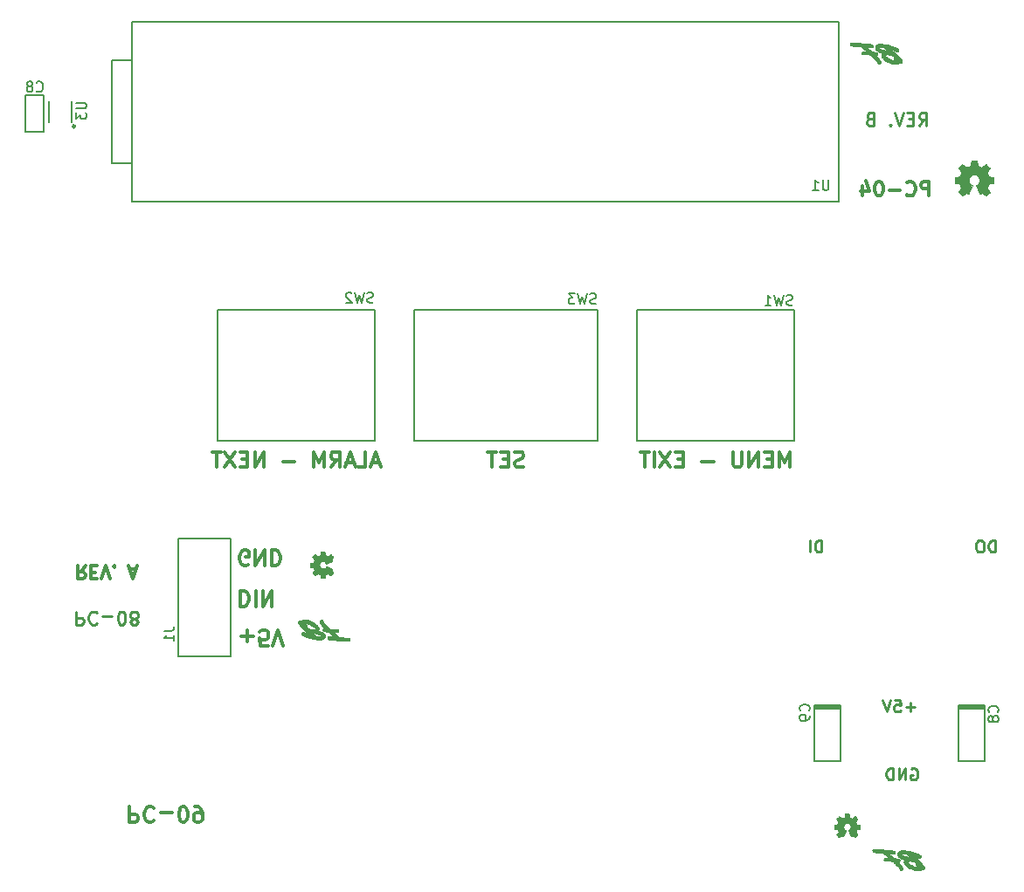
<source format=gbo>
G04 #@! TF.FileFunction,Legend,Bot*
%FSLAX46Y46*%
G04 Gerber Fmt 4.6, Leading zero omitted, Abs format (unit mm)*
G04 Created by KiCad (PCBNEW 4.0.7-e2-6376~60~ubuntu17.10.1) date Tue Aug 14 05:52:14 2018*
%MOMM*%
%LPD*%
G01*
G04 APERTURE LIST*
%ADD10C,0.350000*%
%ADD11C,0.300000*%
%ADD12C,0.254000*%
%ADD13C,0.349250*%
%ADD14C,0.285750*%
%ADD15C,0.150000*%
%ADD16C,0.180000*%
%ADD17C,0.002540*%
%ADD18C,0.050000*%
%ADD19C,0.203200*%
G04 APERTURE END LIST*
D10*
D11*
X177322857Y-99103571D02*
X177322857Y-97603571D01*
X176822857Y-98675000D01*
X176322857Y-97603571D01*
X176322857Y-99103571D01*
X175608571Y-98317857D02*
X175108571Y-98317857D01*
X174894285Y-99103571D02*
X175608571Y-99103571D01*
X175608571Y-97603571D01*
X174894285Y-97603571D01*
X174251428Y-99103571D02*
X174251428Y-97603571D01*
X173394285Y-99103571D01*
X173394285Y-97603571D01*
X172679999Y-97603571D02*
X172679999Y-98817857D01*
X172608571Y-98960714D01*
X172537142Y-99032143D01*
X172394285Y-99103571D01*
X172108571Y-99103571D01*
X171965713Y-99032143D01*
X171894285Y-98960714D01*
X171822856Y-98817857D01*
X171822856Y-97603571D01*
X169965713Y-98532143D02*
X168822856Y-98532143D01*
X166965713Y-98317857D02*
X166465713Y-98317857D01*
X166251427Y-99103571D02*
X166965713Y-99103571D01*
X166965713Y-97603571D01*
X166251427Y-97603571D01*
X165751427Y-97603571D02*
X164751427Y-99103571D01*
X164751427Y-97603571D02*
X165751427Y-99103571D01*
X164179999Y-99103571D02*
X164179999Y-97603571D01*
X163679999Y-97603571D02*
X162822856Y-97603571D01*
X163251427Y-99103571D02*
X163251427Y-97603571D01*
X151538571Y-99032143D02*
X151324285Y-99103571D01*
X150967142Y-99103571D01*
X150824285Y-99032143D01*
X150752856Y-98960714D01*
X150681428Y-98817857D01*
X150681428Y-98675000D01*
X150752856Y-98532143D01*
X150824285Y-98460714D01*
X150967142Y-98389286D01*
X151252856Y-98317857D01*
X151395714Y-98246429D01*
X151467142Y-98175000D01*
X151538571Y-98032143D01*
X151538571Y-97889286D01*
X151467142Y-97746429D01*
X151395714Y-97675000D01*
X151252856Y-97603571D01*
X150895714Y-97603571D01*
X150681428Y-97675000D01*
X150038571Y-98317857D02*
X149538571Y-98317857D01*
X149324285Y-99103571D02*
X150038571Y-99103571D01*
X150038571Y-97603571D01*
X149324285Y-97603571D01*
X148895714Y-97603571D02*
X148038571Y-97603571D01*
X148467142Y-99103571D02*
X148467142Y-97603571D01*
X137575714Y-98675000D02*
X136861428Y-98675000D01*
X137718571Y-99103571D02*
X137218571Y-97603571D01*
X136718571Y-99103571D01*
X135504285Y-99103571D02*
X136218571Y-99103571D01*
X136218571Y-97603571D01*
X135075714Y-98675000D02*
X134361428Y-98675000D01*
X135218571Y-99103571D02*
X134718571Y-97603571D01*
X134218571Y-99103571D01*
X132861428Y-99103571D02*
X133361428Y-98389286D01*
X133718571Y-99103571D02*
X133718571Y-97603571D01*
X133147143Y-97603571D01*
X133004285Y-97675000D01*
X132932857Y-97746429D01*
X132861428Y-97889286D01*
X132861428Y-98103571D01*
X132932857Y-98246429D01*
X133004285Y-98317857D01*
X133147143Y-98389286D01*
X133718571Y-98389286D01*
X132218571Y-99103571D02*
X132218571Y-97603571D01*
X131718571Y-98675000D01*
X131218571Y-97603571D01*
X131218571Y-99103571D01*
X129361428Y-98532143D02*
X128218571Y-98532143D01*
X126361428Y-99103571D02*
X126361428Y-97603571D01*
X125504285Y-99103571D01*
X125504285Y-97603571D01*
X124789999Y-98317857D02*
X124289999Y-98317857D01*
X124075713Y-99103571D02*
X124789999Y-99103571D01*
X124789999Y-97603571D01*
X124075713Y-97603571D01*
X123575713Y-97603571D02*
X122575713Y-99103571D01*
X122575713Y-97603571D02*
X123575713Y-99103571D01*
X122218571Y-97603571D02*
X121361428Y-97603571D01*
X121789999Y-99103571D02*
X121789999Y-97603571D01*
X109068810Y-108645476D02*
X108645477Y-109250238D01*
X108343096Y-108645476D02*
X108343096Y-109915476D01*
X108826905Y-109915476D01*
X108947858Y-109855000D01*
X109008334Y-109794524D01*
X109068810Y-109673571D01*
X109068810Y-109492143D01*
X109008334Y-109371190D01*
X108947858Y-109310714D01*
X108826905Y-109250238D01*
X108343096Y-109250238D01*
X109613096Y-109310714D02*
X110036429Y-109310714D01*
X110217858Y-108645476D02*
X109613096Y-108645476D01*
X109613096Y-109915476D01*
X110217858Y-109915476D01*
X110580715Y-109915476D02*
X111004049Y-108645476D01*
X111427382Y-109915476D01*
X111850715Y-108766429D02*
X111911191Y-108705952D01*
X111850715Y-108645476D01*
X111790239Y-108705952D01*
X111850715Y-108766429D01*
X111850715Y-108645476D01*
X113362620Y-109008333D02*
X113967382Y-109008333D01*
X113241667Y-108645476D02*
X113665001Y-109915476D01*
X114088334Y-108645476D01*
D12*
X108161667Y-113090476D02*
X108161667Y-114360476D01*
X108645476Y-114360476D01*
X108766429Y-114300000D01*
X108826905Y-114239524D01*
X108887381Y-114118571D01*
X108887381Y-113937143D01*
X108826905Y-113816190D01*
X108766429Y-113755714D01*
X108645476Y-113695238D01*
X108161667Y-113695238D01*
X110157381Y-113211429D02*
X110096905Y-113150952D01*
X109915476Y-113090476D01*
X109794524Y-113090476D01*
X109613096Y-113150952D01*
X109492143Y-113271905D01*
X109431667Y-113392857D01*
X109371191Y-113634762D01*
X109371191Y-113816190D01*
X109431667Y-114058095D01*
X109492143Y-114179048D01*
X109613096Y-114300000D01*
X109794524Y-114360476D01*
X109915476Y-114360476D01*
X110096905Y-114300000D01*
X110157381Y-114239524D01*
X110701667Y-113574286D02*
X111669286Y-113574286D01*
X112515953Y-114360476D02*
X112636905Y-114360476D01*
X112757857Y-114300000D01*
X112818334Y-114239524D01*
X112878810Y-114118571D01*
X112939286Y-113876667D01*
X112939286Y-113574286D01*
X112878810Y-113332381D01*
X112818334Y-113211429D01*
X112757857Y-113150952D01*
X112636905Y-113090476D01*
X112515953Y-113090476D01*
X112395000Y-113150952D01*
X112334524Y-113211429D01*
X112274048Y-113332381D01*
X112213572Y-113574286D01*
X112213572Y-113876667D01*
X112274048Y-114118571D01*
X112334524Y-114239524D01*
X112395000Y-114300000D01*
X112515953Y-114360476D01*
X113665001Y-113816190D02*
X113544048Y-113876667D01*
X113483572Y-113937143D01*
X113423096Y-114058095D01*
X113423096Y-114118571D01*
X113483572Y-114239524D01*
X113544048Y-114300000D01*
X113665001Y-114360476D01*
X113906905Y-114360476D01*
X114027858Y-114300000D01*
X114088334Y-114239524D01*
X114148810Y-114118571D01*
X114148810Y-114058095D01*
X114088334Y-113937143D01*
X114027858Y-113876667D01*
X113906905Y-113816190D01*
X113665001Y-113816190D01*
X113544048Y-113755714D01*
X113483572Y-113695238D01*
X113423096Y-113574286D01*
X113423096Y-113332381D01*
X113483572Y-113211429D01*
X113544048Y-113150952D01*
X113665001Y-113090476D01*
X113906905Y-113090476D01*
X114027858Y-113150952D01*
X114088334Y-113211429D01*
X114148810Y-113332381D01*
X114148810Y-113574286D01*
X114088334Y-113695238D01*
X114027858Y-113755714D01*
X113906905Y-113816190D01*
D11*
X124067286Y-111081429D02*
X124067286Y-112581429D01*
X124424429Y-112581429D01*
X124638714Y-112510000D01*
X124781572Y-112367143D01*
X124853000Y-112224286D01*
X124924429Y-111938571D01*
X124924429Y-111724286D01*
X124853000Y-111438571D01*
X124781572Y-111295714D01*
X124638714Y-111152857D01*
X124424429Y-111081429D01*
X124067286Y-111081429D01*
X125567286Y-111081429D02*
X125567286Y-112581429D01*
X126281572Y-111081429D02*
X126281572Y-112581429D01*
X127138715Y-111081429D01*
X127138715Y-112581429D01*
X124841143Y-108573000D02*
X124698286Y-108644429D01*
X124484000Y-108644429D01*
X124269715Y-108573000D01*
X124126857Y-108430143D01*
X124055429Y-108287286D01*
X123984000Y-108001571D01*
X123984000Y-107787286D01*
X124055429Y-107501571D01*
X124126857Y-107358714D01*
X124269715Y-107215857D01*
X124484000Y-107144429D01*
X124626857Y-107144429D01*
X124841143Y-107215857D01*
X124912572Y-107287286D01*
X124912572Y-107787286D01*
X124626857Y-107787286D01*
X125555429Y-107144429D02*
X125555429Y-108644429D01*
X126412572Y-107144429D01*
X126412572Y-108644429D01*
X127126858Y-107144429D02*
X127126858Y-108644429D01*
X127484001Y-108644429D01*
X127698286Y-108573000D01*
X127841144Y-108430143D01*
X127912572Y-108287286D01*
X127984001Y-108001571D01*
X127984001Y-107787286D01*
X127912572Y-107501571D01*
X127841144Y-107358714D01*
X127698286Y-107215857D01*
X127484001Y-107144429D01*
X127126858Y-107144429D01*
X124182429Y-115462857D02*
X125325286Y-115462857D01*
X124753857Y-114891429D02*
X124753857Y-116034286D01*
X126753858Y-116391429D02*
X126039572Y-116391429D01*
X125968143Y-115677143D01*
X126039572Y-115748571D01*
X126182429Y-115820000D01*
X126539572Y-115820000D01*
X126682429Y-115748571D01*
X126753858Y-115677143D01*
X126825286Y-115534286D01*
X126825286Y-115177143D01*
X126753858Y-115034286D01*
X126682429Y-114962857D01*
X126539572Y-114891429D01*
X126182429Y-114891429D01*
X126039572Y-114962857D01*
X125968143Y-115034286D01*
X127253857Y-116391429D02*
X127753857Y-114891429D01*
X128253857Y-116391429D01*
D12*
X189852905Y-65979524D02*
X190276238Y-65374762D01*
X190578619Y-65979524D02*
X190578619Y-64709524D01*
X190094810Y-64709524D01*
X189973857Y-64770000D01*
X189913381Y-64830476D01*
X189852905Y-64951429D01*
X189852905Y-65132857D01*
X189913381Y-65253810D01*
X189973857Y-65314286D01*
X190094810Y-65374762D01*
X190578619Y-65374762D01*
X189308619Y-65314286D02*
X188885286Y-65314286D01*
X188703857Y-65979524D02*
X189308619Y-65979524D01*
X189308619Y-64709524D01*
X188703857Y-64709524D01*
X188341000Y-64709524D02*
X187917666Y-65979524D01*
X187494333Y-64709524D01*
X187071000Y-65858571D02*
X187010524Y-65919048D01*
X187071000Y-65979524D01*
X187131476Y-65919048D01*
X187071000Y-65858571D01*
X187071000Y-65979524D01*
X185075286Y-65314286D02*
X184893857Y-65374762D01*
X184833381Y-65435238D01*
X184772905Y-65556190D01*
X184772905Y-65737619D01*
X184833381Y-65858571D01*
X184893857Y-65919048D01*
X185014810Y-65979524D01*
X185498619Y-65979524D01*
X185498619Y-64709524D01*
X185075286Y-64709524D01*
X184954333Y-64770000D01*
X184893857Y-64830476D01*
X184833381Y-64951429D01*
X184833381Y-65072381D01*
X184893857Y-65193333D01*
X184954333Y-65253810D01*
X185075286Y-65314286D01*
X185498619Y-65314286D01*
D13*
X190838666Y-72767976D02*
X190838666Y-71370976D01*
X190306475Y-71370976D01*
X190173428Y-71437500D01*
X190106904Y-71504024D01*
X190040380Y-71637071D01*
X190040380Y-71836643D01*
X190106904Y-71969690D01*
X190173428Y-72036214D01*
X190306475Y-72102738D01*
X190838666Y-72102738D01*
X188643380Y-72634929D02*
X188709904Y-72701452D01*
X188909475Y-72767976D01*
X189042523Y-72767976D01*
X189242095Y-72701452D01*
X189375142Y-72568405D01*
X189441666Y-72435357D01*
X189508190Y-72169262D01*
X189508190Y-71969690D01*
X189441666Y-71703595D01*
X189375142Y-71570548D01*
X189242095Y-71437500D01*
X189042523Y-71370976D01*
X188909475Y-71370976D01*
X188709904Y-71437500D01*
X188643380Y-71504024D01*
X188044666Y-72235786D02*
X186980285Y-72235786D01*
X186048952Y-71370976D02*
X185915904Y-71370976D01*
X185782856Y-71437500D01*
X185716333Y-71504024D01*
X185649809Y-71637071D01*
X185583285Y-71903167D01*
X185583285Y-72235786D01*
X185649809Y-72501881D01*
X185716333Y-72634929D01*
X185782856Y-72701452D01*
X185915904Y-72767976D01*
X186048952Y-72767976D01*
X186181999Y-72701452D01*
X186248523Y-72634929D01*
X186315047Y-72501881D01*
X186381571Y-72235786D01*
X186381571Y-71903167D01*
X186315047Y-71637071D01*
X186248523Y-71504024D01*
X186181999Y-71437500D01*
X186048952Y-71370976D01*
X184385857Y-71836643D02*
X184385857Y-72767976D01*
X184718476Y-71304452D02*
X185051095Y-72302310D01*
X184186285Y-72302310D01*
D11*
X113340001Y-132036429D02*
X113340001Y-133536429D01*
X113911429Y-133536429D01*
X114054287Y-133465000D01*
X114125715Y-133393571D01*
X114197144Y-133250714D01*
X114197144Y-133036429D01*
X114125715Y-132893571D01*
X114054287Y-132822143D01*
X113911429Y-132750714D01*
X113340001Y-132750714D01*
X115697144Y-132179286D02*
X115625715Y-132107857D01*
X115411429Y-132036429D01*
X115268572Y-132036429D01*
X115054287Y-132107857D01*
X114911429Y-132250714D01*
X114840001Y-132393571D01*
X114768572Y-132679286D01*
X114768572Y-132893571D01*
X114840001Y-133179286D01*
X114911429Y-133322143D01*
X115054287Y-133465000D01*
X115268572Y-133536429D01*
X115411429Y-133536429D01*
X115625715Y-133465000D01*
X115697144Y-133393571D01*
X116340001Y-132607857D02*
X117482858Y-132607857D01*
X118482858Y-133536429D02*
X118625715Y-133536429D01*
X118768572Y-133465000D01*
X118840001Y-133393571D01*
X118911430Y-133250714D01*
X118982858Y-132965000D01*
X118982858Y-132607857D01*
X118911430Y-132322143D01*
X118840001Y-132179286D01*
X118768572Y-132107857D01*
X118625715Y-132036429D01*
X118482858Y-132036429D01*
X118340001Y-132107857D01*
X118268572Y-132179286D01*
X118197144Y-132322143D01*
X118125715Y-132607857D01*
X118125715Y-132965000D01*
X118197144Y-133250714D01*
X118268572Y-133393571D01*
X118340001Y-133465000D01*
X118482858Y-133536429D01*
X119697143Y-132036429D02*
X119982858Y-132036429D01*
X120125715Y-132107857D01*
X120197143Y-132179286D01*
X120340001Y-132393571D01*
X120411429Y-132679286D01*
X120411429Y-133250714D01*
X120340001Y-133393571D01*
X120268572Y-133465000D01*
X120125715Y-133536429D01*
X119840001Y-133536429D01*
X119697143Y-133465000D01*
X119625715Y-133393571D01*
X119554286Y-133250714D01*
X119554286Y-132893571D01*
X119625715Y-132750714D01*
X119697143Y-132679286D01*
X119840001Y-132607857D01*
X120125715Y-132607857D01*
X120268572Y-132679286D01*
X120340001Y-132750714D01*
X120411429Y-132893571D01*
D14*
X189084857Y-128333500D02*
X189193714Y-128279071D01*
X189357000Y-128279071D01*
X189520285Y-128333500D01*
X189629143Y-128442357D01*
X189683571Y-128551214D01*
X189738000Y-128768929D01*
X189738000Y-128932214D01*
X189683571Y-129149929D01*
X189629143Y-129258786D01*
X189520285Y-129367643D01*
X189357000Y-129422071D01*
X189248143Y-129422071D01*
X189084857Y-129367643D01*
X189030428Y-129313214D01*
X189030428Y-128932214D01*
X189248143Y-128932214D01*
X188540571Y-129422071D02*
X188540571Y-128279071D01*
X187887428Y-129422071D01*
X187887428Y-128279071D01*
X187343142Y-129422071D02*
X187343142Y-128279071D01*
X187070999Y-128279071D01*
X186907714Y-128333500D01*
X186798856Y-128442357D01*
X186744428Y-128551214D01*
X186689999Y-128768929D01*
X186689999Y-128932214D01*
X186744428Y-129149929D01*
X186798856Y-129258786D01*
X186907714Y-129367643D01*
X187070999Y-129422071D01*
X187343142Y-129422071D01*
X189429571Y-122382643D02*
X188558714Y-122382643D01*
X188994143Y-122818071D02*
X188994143Y-121947214D01*
X187470142Y-121675071D02*
X188014428Y-121675071D01*
X188068857Y-122219357D01*
X188014428Y-122164929D01*
X187905571Y-122110500D01*
X187633428Y-122110500D01*
X187524571Y-122164929D01*
X187470142Y-122219357D01*
X187415714Y-122328214D01*
X187415714Y-122600357D01*
X187470142Y-122709214D01*
X187524571Y-122763643D01*
X187633428Y-122818071D01*
X187905571Y-122818071D01*
X188014428Y-122763643D01*
X188068857Y-122709214D01*
X187089143Y-121675071D02*
X186708143Y-122818071D01*
X186327143Y-121675071D01*
X197240071Y-107324071D02*
X197240071Y-106181071D01*
X196967928Y-106181071D01*
X196804643Y-106235500D01*
X196695785Y-106344357D01*
X196641357Y-106453214D01*
X196586928Y-106670929D01*
X196586928Y-106834214D01*
X196641357Y-107051929D01*
X196695785Y-107160786D01*
X196804643Y-107269643D01*
X196967928Y-107324071D01*
X197240071Y-107324071D01*
X195879357Y-106181071D02*
X195661643Y-106181071D01*
X195552785Y-106235500D01*
X195443928Y-106344357D01*
X195389500Y-106562071D01*
X195389500Y-106943071D01*
X195443928Y-107160786D01*
X195552785Y-107269643D01*
X195661643Y-107324071D01*
X195879357Y-107324071D01*
X195988214Y-107269643D01*
X196097071Y-107160786D01*
X196151500Y-106943071D01*
X196151500Y-106562071D01*
X196097071Y-106344357D01*
X195988214Y-106235500D01*
X195879357Y-106181071D01*
X180403500Y-107324071D02*
X180403500Y-106181071D01*
X180131357Y-106181071D01*
X179968072Y-106235500D01*
X179859214Y-106344357D01*
X179804786Y-106453214D01*
X179750357Y-106670929D01*
X179750357Y-106834214D01*
X179804786Y-107051929D01*
X179859214Y-107160786D01*
X179968072Y-107269643D01*
X180131357Y-107324071D01*
X180403500Y-107324071D01*
X179260500Y-107324071D02*
X179260500Y-106181071D01*
D15*
X177800000Y-96520000D02*
X177800000Y-83820000D01*
X162560000Y-96520000D02*
X177800000Y-96520000D01*
X162560000Y-83820000D02*
X162560000Y-96520000D01*
X177800000Y-83820000D02*
X162560000Y-83820000D01*
X137160000Y-96520000D02*
X137160000Y-83820000D01*
X121920000Y-96520000D02*
X137160000Y-96520000D01*
X121920000Y-83820000D02*
X121920000Y-96520000D01*
X137160000Y-83820000D02*
X121920000Y-83820000D01*
X140970000Y-83820000D02*
X140970000Y-96520000D01*
X158750000Y-83820000D02*
X140970000Y-83820000D01*
X158750000Y-96520000D02*
X158750000Y-83820000D01*
X140970000Y-96520000D02*
X158750000Y-96520000D01*
D16*
X123190000Y-117475000D02*
X123190000Y-106045000D01*
X123190000Y-106045000D02*
X118110000Y-106045000D01*
X118110000Y-106045000D02*
X118110000Y-117475000D01*
X118110000Y-117475000D02*
X123190000Y-117475000D01*
D17*
G36*
X133090920Y-107815380D02*
X133085840Y-107830620D01*
X133065520Y-107858560D01*
X133037580Y-107901740D01*
X133004560Y-107952540D01*
X132971540Y-108000800D01*
X132943600Y-108043980D01*
X132925820Y-108071920D01*
X132918200Y-108084620D01*
X132920740Y-108089700D01*
X132930900Y-108115100D01*
X132951220Y-108150660D01*
X132961380Y-108168440D01*
X132974080Y-108201460D01*
X132976620Y-108216700D01*
X132971540Y-108219240D01*
X132948680Y-108231940D01*
X132905500Y-108249720D01*
X132852160Y-108275120D01*
X132786120Y-108300520D01*
X132717540Y-108331000D01*
X132646420Y-108361480D01*
X132577840Y-108389420D01*
X132519420Y-108412280D01*
X132468620Y-108432600D01*
X132435600Y-108445300D01*
X132420360Y-108450380D01*
X132417820Y-108450380D01*
X132400040Y-108432600D01*
X132379720Y-108404660D01*
X132331460Y-108346240D01*
X132257800Y-108285280D01*
X132173980Y-108249720D01*
X132080000Y-108239560D01*
X131996180Y-108249720D01*
X131912360Y-108282740D01*
X131836160Y-108341160D01*
X131780280Y-108412280D01*
X131747260Y-108493560D01*
X131734560Y-108585000D01*
X131744720Y-108671360D01*
X131777740Y-108757720D01*
X131836160Y-108831380D01*
X131871720Y-108864400D01*
X131947920Y-108907580D01*
X132029200Y-108932980D01*
X132049520Y-108935520D01*
X132135880Y-108930440D01*
X132222240Y-108905040D01*
X132298440Y-108856780D01*
X132361940Y-108793280D01*
X132367020Y-108785660D01*
X132389880Y-108755180D01*
X132405120Y-108734860D01*
X132417820Y-108717080D01*
X132692140Y-108831380D01*
X132735320Y-108849160D01*
X132808980Y-108879640D01*
X132875020Y-108907580D01*
X132925820Y-108930440D01*
X132958840Y-108945680D01*
X132974080Y-108950760D01*
X132974080Y-108953300D01*
X132976620Y-108963460D01*
X132969000Y-108983780D01*
X132951220Y-109021880D01*
X132938520Y-109047280D01*
X132923280Y-109075220D01*
X132918200Y-109087920D01*
X132923280Y-109100620D01*
X132941060Y-109128560D01*
X132969000Y-109169200D01*
X133002020Y-109217460D01*
X133035040Y-109263180D01*
X133062980Y-109306360D01*
X133083300Y-109339380D01*
X133090920Y-109352080D01*
X133090920Y-109354620D01*
X133083300Y-109369860D01*
X133062980Y-109392720D01*
X133027420Y-109430820D01*
X132976620Y-109484160D01*
X132966460Y-109491780D01*
X132923280Y-109534960D01*
X132885180Y-109570520D01*
X132859780Y-109593380D01*
X132847080Y-109601000D01*
X132847080Y-109601000D01*
X132834380Y-109593380D01*
X132801360Y-109575600D01*
X132758180Y-109545120D01*
X132707380Y-109512100D01*
X132575300Y-109420660D01*
X132453380Y-109471460D01*
X132415280Y-109486700D01*
X132367020Y-109504480D01*
X132334000Y-109519720D01*
X132321300Y-109527340D01*
X132316220Y-109540040D01*
X132308600Y-109575600D01*
X132298440Y-109623860D01*
X132285740Y-109682280D01*
X132275580Y-109738160D01*
X132267960Y-109788960D01*
X132260340Y-109827060D01*
X132255260Y-109842300D01*
X132255260Y-109847380D01*
X132245100Y-109849920D01*
X132229860Y-109852460D01*
X132199380Y-109852460D01*
X132151120Y-109852460D01*
X132080000Y-109852460D01*
X132074920Y-109852460D01*
X132008880Y-109852460D01*
X131955540Y-109852460D01*
X131919980Y-109849920D01*
X131904740Y-109847380D01*
X131904740Y-109847380D01*
X131902200Y-109832140D01*
X131894580Y-109796580D01*
X131884420Y-109745780D01*
X131871720Y-109684820D01*
X131871720Y-109682280D01*
X131861560Y-109621320D01*
X131848860Y-109570520D01*
X131841240Y-109534960D01*
X131836160Y-109519720D01*
X131833620Y-109517180D01*
X131810760Y-109504480D01*
X131772660Y-109489240D01*
X131726940Y-109468920D01*
X131678680Y-109448600D01*
X131638040Y-109430820D01*
X131605020Y-109420660D01*
X131592320Y-109418120D01*
X131589780Y-109418120D01*
X131577080Y-109425740D01*
X131546600Y-109446060D01*
X131500880Y-109476540D01*
X131450080Y-109512100D01*
X131447540Y-109514640D01*
X131396740Y-109547660D01*
X131353560Y-109575600D01*
X131323080Y-109595920D01*
X131307840Y-109601000D01*
X131307840Y-109601000D01*
X131292600Y-109590840D01*
X131264660Y-109565440D01*
X131226560Y-109527340D01*
X131180840Y-109484160D01*
X131165600Y-109468920D01*
X131117340Y-109420660D01*
X131086860Y-109385100D01*
X131069080Y-109364780D01*
X131066540Y-109354620D01*
X131066540Y-109354620D01*
X131076700Y-109339380D01*
X131097020Y-109306360D01*
X131127500Y-109263180D01*
X131160520Y-109212380D01*
X131163060Y-109207300D01*
X131198620Y-109156500D01*
X131226560Y-109113320D01*
X131246880Y-109085380D01*
X131254500Y-109070140D01*
X131254500Y-109070140D01*
X131249420Y-109047280D01*
X131236720Y-109011720D01*
X131218940Y-108968540D01*
X131201160Y-108920280D01*
X131180840Y-108877100D01*
X131168140Y-108846620D01*
X131157980Y-108831380D01*
X131157980Y-108831380D01*
X131140200Y-108826300D01*
X131102100Y-108816140D01*
X131048760Y-108805980D01*
X130987800Y-108793280D01*
X130977640Y-108793280D01*
X130916680Y-108780580D01*
X130865880Y-108770420D01*
X130832860Y-108762800D01*
X130817620Y-108760260D01*
X130815080Y-108752640D01*
X130815080Y-108722160D01*
X130812540Y-108676440D01*
X130812540Y-108623100D01*
X130812540Y-108567220D01*
X130812540Y-108511340D01*
X130815080Y-108463080D01*
X130817620Y-108427520D01*
X130820160Y-108414820D01*
X130820160Y-108414820D01*
X130840480Y-108407200D01*
X130878580Y-108399580D01*
X130931920Y-108389420D01*
X130992880Y-108376720D01*
X131003040Y-108374180D01*
X131064000Y-108364020D01*
X131114800Y-108353860D01*
X131147820Y-108346240D01*
X131160520Y-108343700D01*
X131165600Y-108336080D01*
X131175760Y-108313220D01*
X131191000Y-108272580D01*
X131211320Y-108221780D01*
X131259580Y-108104940D01*
X131160520Y-107962700D01*
X131152900Y-107950000D01*
X131117340Y-107899200D01*
X131089400Y-107856020D01*
X131071620Y-107828080D01*
X131064000Y-107815380D01*
X131064000Y-107812840D01*
X131076700Y-107800140D01*
X131104640Y-107772200D01*
X131140200Y-107734100D01*
X131185920Y-107688380D01*
X131218940Y-107655360D01*
X131259580Y-107614720D01*
X131284980Y-107591860D01*
X131302760Y-107576620D01*
X131312920Y-107571540D01*
X131320540Y-107574080D01*
X131335780Y-107581700D01*
X131366260Y-107604560D01*
X131409440Y-107632500D01*
X131460240Y-107668060D01*
X131500880Y-107696000D01*
X131549140Y-107726480D01*
X131584700Y-107746800D01*
X131599940Y-107754420D01*
X131607560Y-107751880D01*
X131635500Y-107741720D01*
X131678680Y-107726480D01*
X131726940Y-107703620D01*
X131841240Y-107655360D01*
X131853940Y-107581700D01*
X131864100Y-107535980D01*
X131876800Y-107472480D01*
X131886960Y-107414060D01*
X131904740Y-107320080D01*
X132247640Y-107315000D01*
X132252720Y-107330240D01*
X132257800Y-107345480D01*
X132265420Y-107378500D01*
X132275580Y-107429300D01*
X132285740Y-107487720D01*
X132295900Y-107535980D01*
X132306060Y-107586780D01*
X132311140Y-107622340D01*
X132316220Y-107640120D01*
X132321300Y-107642660D01*
X132344160Y-107655360D01*
X132384800Y-107673140D01*
X132430520Y-107693460D01*
X132478780Y-107713780D01*
X132521960Y-107731560D01*
X132557520Y-107744260D01*
X132575300Y-107749340D01*
X132588000Y-107741720D01*
X132615940Y-107721400D01*
X132659120Y-107693460D01*
X132709920Y-107660440D01*
X132758180Y-107627420D01*
X132801360Y-107596940D01*
X132831840Y-107576620D01*
X132847080Y-107569000D01*
X132854700Y-107574080D01*
X132880100Y-107594400D01*
X132918200Y-107629960D01*
X132974080Y-107685840D01*
X132981700Y-107696000D01*
X133024880Y-107741720D01*
X133060440Y-107777280D01*
X133083300Y-107805220D01*
X133090920Y-107815380D01*
X133090920Y-107815380D01*
G37*
X133090920Y-107815380D02*
X133085840Y-107830620D01*
X133065520Y-107858560D01*
X133037580Y-107901740D01*
X133004560Y-107952540D01*
X132971540Y-108000800D01*
X132943600Y-108043980D01*
X132925820Y-108071920D01*
X132918200Y-108084620D01*
X132920740Y-108089700D01*
X132930900Y-108115100D01*
X132951220Y-108150660D01*
X132961380Y-108168440D01*
X132974080Y-108201460D01*
X132976620Y-108216700D01*
X132971540Y-108219240D01*
X132948680Y-108231940D01*
X132905500Y-108249720D01*
X132852160Y-108275120D01*
X132786120Y-108300520D01*
X132717540Y-108331000D01*
X132646420Y-108361480D01*
X132577840Y-108389420D01*
X132519420Y-108412280D01*
X132468620Y-108432600D01*
X132435600Y-108445300D01*
X132420360Y-108450380D01*
X132417820Y-108450380D01*
X132400040Y-108432600D01*
X132379720Y-108404660D01*
X132331460Y-108346240D01*
X132257800Y-108285280D01*
X132173980Y-108249720D01*
X132080000Y-108239560D01*
X131996180Y-108249720D01*
X131912360Y-108282740D01*
X131836160Y-108341160D01*
X131780280Y-108412280D01*
X131747260Y-108493560D01*
X131734560Y-108585000D01*
X131744720Y-108671360D01*
X131777740Y-108757720D01*
X131836160Y-108831380D01*
X131871720Y-108864400D01*
X131947920Y-108907580D01*
X132029200Y-108932980D01*
X132049520Y-108935520D01*
X132135880Y-108930440D01*
X132222240Y-108905040D01*
X132298440Y-108856780D01*
X132361940Y-108793280D01*
X132367020Y-108785660D01*
X132389880Y-108755180D01*
X132405120Y-108734860D01*
X132417820Y-108717080D01*
X132692140Y-108831380D01*
X132735320Y-108849160D01*
X132808980Y-108879640D01*
X132875020Y-108907580D01*
X132925820Y-108930440D01*
X132958840Y-108945680D01*
X132974080Y-108950760D01*
X132974080Y-108953300D01*
X132976620Y-108963460D01*
X132969000Y-108983780D01*
X132951220Y-109021880D01*
X132938520Y-109047280D01*
X132923280Y-109075220D01*
X132918200Y-109087920D01*
X132923280Y-109100620D01*
X132941060Y-109128560D01*
X132969000Y-109169200D01*
X133002020Y-109217460D01*
X133035040Y-109263180D01*
X133062980Y-109306360D01*
X133083300Y-109339380D01*
X133090920Y-109352080D01*
X133090920Y-109354620D01*
X133083300Y-109369860D01*
X133062980Y-109392720D01*
X133027420Y-109430820D01*
X132976620Y-109484160D01*
X132966460Y-109491780D01*
X132923280Y-109534960D01*
X132885180Y-109570520D01*
X132859780Y-109593380D01*
X132847080Y-109601000D01*
X132847080Y-109601000D01*
X132834380Y-109593380D01*
X132801360Y-109575600D01*
X132758180Y-109545120D01*
X132707380Y-109512100D01*
X132575300Y-109420660D01*
X132453380Y-109471460D01*
X132415280Y-109486700D01*
X132367020Y-109504480D01*
X132334000Y-109519720D01*
X132321300Y-109527340D01*
X132316220Y-109540040D01*
X132308600Y-109575600D01*
X132298440Y-109623860D01*
X132285740Y-109682280D01*
X132275580Y-109738160D01*
X132267960Y-109788960D01*
X132260340Y-109827060D01*
X132255260Y-109842300D01*
X132255260Y-109847380D01*
X132245100Y-109849920D01*
X132229860Y-109852460D01*
X132199380Y-109852460D01*
X132151120Y-109852460D01*
X132080000Y-109852460D01*
X132074920Y-109852460D01*
X132008880Y-109852460D01*
X131955540Y-109852460D01*
X131919980Y-109849920D01*
X131904740Y-109847380D01*
X131904740Y-109847380D01*
X131902200Y-109832140D01*
X131894580Y-109796580D01*
X131884420Y-109745780D01*
X131871720Y-109684820D01*
X131871720Y-109682280D01*
X131861560Y-109621320D01*
X131848860Y-109570520D01*
X131841240Y-109534960D01*
X131836160Y-109519720D01*
X131833620Y-109517180D01*
X131810760Y-109504480D01*
X131772660Y-109489240D01*
X131726940Y-109468920D01*
X131678680Y-109448600D01*
X131638040Y-109430820D01*
X131605020Y-109420660D01*
X131592320Y-109418120D01*
X131589780Y-109418120D01*
X131577080Y-109425740D01*
X131546600Y-109446060D01*
X131500880Y-109476540D01*
X131450080Y-109512100D01*
X131447540Y-109514640D01*
X131396740Y-109547660D01*
X131353560Y-109575600D01*
X131323080Y-109595920D01*
X131307840Y-109601000D01*
X131307840Y-109601000D01*
X131292600Y-109590840D01*
X131264660Y-109565440D01*
X131226560Y-109527340D01*
X131180840Y-109484160D01*
X131165600Y-109468920D01*
X131117340Y-109420660D01*
X131086860Y-109385100D01*
X131069080Y-109364780D01*
X131066540Y-109354620D01*
X131066540Y-109354620D01*
X131076700Y-109339380D01*
X131097020Y-109306360D01*
X131127500Y-109263180D01*
X131160520Y-109212380D01*
X131163060Y-109207300D01*
X131198620Y-109156500D01*
X131226560Y-109113320D01*
X131246880Y-109085380D01*
X131254500Y-109070140D01*
X131254500Y-109070140D01*
X131249420Y-109047280D01*
X131236720Y-109011720D01*
X131218940Y-108968540D01*
X131201160Y-108920280D01*
X131180840Y-108877100D01*
X131168140Y-108846620D01*
X131157980Y-108831380D01*
X131157980Y-108831380D01*
X131140200Y-108826300D01*
X131102100Y-108816140D01*
X131048760Y-108805980D01*
X130987800Y-108793280D01*
X130977640Y-108793280D01*
X130916680Y-108780580D01*
X130865880Y-108770420D01*
X130832860Y-108762800D01*
X130817620Y-108760260D01*
X130815080Y-108752640D01*
X130815080Y-108722160D01*
X130812540Y-108676440D01*
X130812540Y-108623100D01*
X130812540Y-108567220D01*
X130812540Y-108511340D01*
X130815080Y-108463080D01*
X130817620Y-108427520D01*
X130820160Y-108414820D01*
X130820160Y-108414820D01*
X130840480Y-108407200D01*
X130878580Y-108399580D01*
X130931920Y-108389420D01*
X130992880Y-108376720D01*
X131003040Y-108374180D01*
X131064000Y-108364020D01*
X131114800Y-108353860D01*
X131147820Y-108346240D01*
X131160520Y-108343700D01*
X131165600Y-108336080D01*
X131175760Y-108313220D01*
X131191000Y-108272580D01*
X131211320Y-108221780D01*
X131259580Y-108104940D01*
X131160520Y-107962700D01*
X131152900Y-107950000D01*
X131117340Y-107899200D01*
X131089400Y-107856020D01*
X131071620Y-107828080D01*
X131064000Y-107815380D01*
X131064000Y-107812840D01*
X131076700Y-107800140D01*
X131104640Y-107772200D01*
X131140200Y-107734100D01*
X131185920Y-107688380D01*
X131218940Y-107655360D01*
X131259580Y-107614720D01*
X131284980Y-107591860D01*
X131302760Y-107576620D01*
X131312920Y-107571540D01*
X131320540Y-107574080D01*
X131335780Y-107581700D01*
X131366260Y-107604560D01*
X131409440Y-107632500D01*
X131460240Y-107668060D01*
X131500880Y-107696000D01*
X131549140Y-107726480D01*
X131584700Y-107746800D01*
X131599940Y-107754420D01*
X131607560Y-107751880D01*
X131635500Y-107741720D01*
X131678680Y-107726480D01*
X131726940Y-107703620D01*
X131841240Y-107655360D01*
X131853940Y-107581700D01*
X131864100Y-107535980D01*
X131876800Y-107472480D01*
X131886960Y-107414060D01*
X131904740Y-107320080D01*
X132247640Y-107315000D01*
X132252720Y-107330240D01*
X132257800Y-107345480D01*
X132265420Y-107378500D01*
X132275580Y-107429300D01*
X132285740Y-107487720D01*
X132295900Y-107535980D01*
X132306060Y-107586780D01*
X132311140Y-107622340D01*
X132316220Y-107640120D01*
X132321300Y-107642660D01*
X132344160Y-107655360D01*
X132384800Y-107673140D01*
X132430520Y-107693460D01*
X132478780Y-107713780D01*
X132521960Y-107731560D01*
X132557520Y-107744260D01*
X132575300Y-107749340D01*
X132588000Y-107741720D01*
X132615940Y-107721400D01*
X132659120Y-107693460D01*
X132709920Y-107660440D01*
X132758180Y-107627420D01*
X132801360Y-107596940D01*
X132831840Y-107576620D01*
X132847080Y-107569000D01*
X132854700Y-107574080D01*
X132880100Y-107594400D01*
X132918200Y-107629960D01*
X132974080Y-107685840D01*
X132981700Y-107696000D01*
X133024880Y-107741720D01*
X133060440Y-107777280D01*
X133083300Y-107805220D01*
X133090920Y-107815380D01*
D18*
G36*
X132281040Y-115460379D02*
X132277773Y-115397298D01*
X132265688Y-115342945D01*
X132260484Y-115329861D01*
X132222676Y-115269545D01*
X132164798Y-115209804D01*
X132087948Y-115151342D01*
X131999707Y-115098729D01*
X131999707Y-115482248D01*
X131973708Y-115496650D01*
X131939655Y-115507792D01*
X131887853Y-115514470D01*
X131821223Y-115516780D01*
X131742683Y-115514820D01*
X131655154Y-115508687D01*
X131561556Y-115498478D01*
X131464810Y-115484291D01*
X131431770Y-115478588D01*
X131387671Y-115470365D01*
X131360400Y-115463695D01*
X131345918Y-115456578D01*
X131340186Y-115447016D01*
X131339166Y-115433010D01*
X131339166Y-115432745D01*
X131337226Y-115414918D01*
X131330044Y-115396778D01*
X131315574Y-115376001D01*
X131291773Y-115350266D01*
X131256597Y-115317251D01*
X131208001Y-115274634D01*
X131175518Y-115246860D01*
X131133160Y-115210636D01*
X131097180Y-115179486D01*
X131070365Y-115155851D01*
X131055499Y-115142175D01*
X131053416Y-115139815D01*
X131059593Y-115138756D01*
X131079143Y-115141623D01*
X131113596Y-115148746D01*
X131164483Y-115160455D01*
X131233333Y-115177082D01*
X131286250Y-115190138D01*
X131413293Y-115223794D01*
X131533688Y-115259842D01*
X131645127Y-115297393D01*
X131745304Y-115335557D01*
X131831913Y-115373444D01*
X131902648Y-115410164D01*
X131955203Y-115444828D01*
X131963124Y-115451262D01*
X131999707Y-115482248D01*
X131999707Y-115098729D01*
X131993224Y-115094863D01*
X131881721Y-115041069D01*
X131754537Y-114990664D01*
X131704291Y-114973205D01*
X131664008Y-114959686D01*
X131630952Y-114948578D01*
X131610654Y-114941741D01*
X131607745Y-114940754D01*
X131605714Y-114929598D01*
X131614454Y-114902760D01*
X131631558Y-114865785D01*
X131651281Y-114823353D01*
X131662132Y-114788505D01*
X131666595Y-114750963D01*
X131667250Y-114718190D01*
X131661959Y-114654830D01*
X131644985Y-114594758D01*
X131614674Y-114534887D01*
X131569374Y-114472129D01*
X131507429Y-114403395D01*
X131488396Y-114384167D01*
X131378821Y-114287280D01*
X131360333Y-114274012D01*
X131360333Y-114736902D01*
X131350307Y-114754601D01*
X131322417Y-114770712D01*
X131279948Y-114784564D01*
X131226182Y-114795483D01*
X131164403Y-114802798D01*
X131097894Y-114805835D01*
X131032250Y-114804078D01*
X130877344Y-114786967D01*
X130719916Y-114756469D01*
X130692400Y-114749746D01*
X130658124Y-114739889D01*
X130630065Y-114727835D01*
X130602576Y-114710112D01*
X130570014Y-114683252D01*
X130540035Y-114656100D01*
X130457644Y-114580121D01*
X130475072Y-114546420D01*
X130489435Y-114502405D01*
X130491768Y-114454903D01*
X130482296Y-114412067D01*
X130470765Y-114391641D01*
X130445754Y-114370566D01*
X130411703Y-114354089D01*
X130404619Y-114351912D01*
X130342216Y-114334120D01*
X130295734Y-114318678D01*
X130260360Y-114303674D01*
X130231281Y-114287197D01*
X130217113Y-114277458D01*
X130193551Y-114258258D01*
X130180693Y-114243476D01*
X130180043Y-114238367D01*
X130197225Y-114229466D01*
X130228102Y-114220041D01*
X130265325Y-114211855D01*
X130301546Y-114206674D01*
X130315675Y-114205790D01*
X130346109Y-114207466D01*
X130388345Y-114212856D01*
X130433581Y-114220821D01*
X130436450Y-114221407D01*
X130537463Y-114247532D01*
X130649426Y-114285688D01*
X130767547Y-114333760D01*
X130887031Y-114389635D01*
X131003084Y-114451196D01*
X131110912Y-114516329D01*
X131123219Y-114524383D01*
X131176913Y-114561803D01*
X131228641Y-114601392D01*
X131275539Y-114640583D01*
X131314745Y-114676808D01*
X131343393Y-114707503D01*
X131358622Y-114730099D01*
X131360333Y-114736902D01*
X131360333Y-114274012D01*
X131252022Y-114196277D01*
X131111547Y-114112956D01*
X130960939Y-114039116D01*
X130803746Y-113976556D01*
X130643512Y-113927074D01*
X130539412Y-113902776D01*
X130458172Y-113889218D01*
X130375719Y-113880639D01*
X130296890Y-113877178D01*
X130226520Y-113878975D01*
X130169446Y-113886170D01*
X130148541Y-113891471D01*
X130090389Y-113913977D01*
X130035436Y-113945057D01*
X129992042Y-113976040D01*
X129943849Y-114012826D01*
X129903320Y-113991681D01*
X129851130Y-113975003D01*
X129799543Y-113977030D01*
X129752005Y-113995493D01*
X129711959Y-114028122D01*
X129682849Y-114072647D01*
X129668120Y-114126798D01*
X129667000Y-114147418D01*
X129669091Y-114185733D01*
X129674404Y-114219840D01*
X129677932Y-114232127D01*
X129692967Y-114258609D01*
X129722149Y-114297795D01*
X129763963Y-114348147D01*
X129816899Y-114408126D01*
X129879443Y-114476195D01*
X129950082Y-114550815D01*
X130027305Y-114630448D01*
X130109599Y-114713557D01*
X130195451Y-114798601D01*
X130283349Y-114884044D01*
X130371780Y-114968348D01*
X130459232Y-115049973D01*
X130544192Y-115127383D01*
X130625149Y-115199037D01*
X130648838Y-115219534D01*
X130683692Y-115249821D01*
X130711166Y-115274288D01*
X130728194Y-115290164D01*
X130732163Y-115294834D01*
X130721175Y-115291590D01*
X130693886Y-115282679D01*
X130654008Y-115269337D01*
X130605249Y-115252796D01*
X130586809Y-115246492D01*
X130474539Y-115205948D01*
X130383138Y-115168375D01*
X130312631Y-115133787D01*
X130263045Y-115102194D01*
X130253026Y-115093986D01*
X130209687Y-115068483D01*
X130162466Y-115061479D01*
X130115645Y-115071940D01*
X130073505Y-115098837D01*
X130040328Y-115141137D01*
X130037843Y-115145830D01*
X130019915Y-115202770D01*
X130021654Y-115260962D01*
X130042248Y-115316309D01*
X130080883Y-115364718D01*
X130081365Y-115365160D01*
X130111724Y-115387169D01*
X130159220Y-115414333D01*
X130220839Y-115445338D01*
X130293564Y-115478868D01*
X130374380Y-115513609D01*
X130460271Y-115548244D01*
X130548222Y-115581460D01*
X130635217Y-115611941D01*
X130683000Y-115627518D01*
X130804010Y-115663635D01*
X130931035Y-115697641D01*
X131061384Y-115729073D01*
X131192367Y-115757465D01*
X131321293Y-115782357D01*
X131445472Y-115803283D01*
X131562213Y-115819781D01*
X131668825Y-115831387D01*
X131762618Y-115837639D01*
X131840901Y-115838072D01*
X131885543Y-115834600D01*
X131985958Y-115813518D01*
X132074679Y-115778211D01*
X132149976Y-115729854D01*
X132210115Y-115669621D01*
X132253363Y-115598685D01*
X132261050Y-115580161D01*
X132275472Y-115524047D01*
X132281040Y-115460379D01*
X132281040Y-115460379D01*
X132281040Y-115460379D01*
G37*
X132281040Y-115460379D02*
X132277773Y-115397298D01*
X132265688Y-115342945D01*
X132260484Y-115329861D01*
X132222676Y-115269545D01*
X132164798Y-115209804D01*
X132087948Y-115151342D01*
X131999707Y-115098729D01*
X131999707Y-115482248D01*
X131973708Y-115496650D01*
X131939655Y-115507792D01*
X131887853Y-115514470D01*
X131821223Y-115516780D01*
X131742683Y-115514820D01*
X131655154Y-115508687D01*
X131561556Y-115498478D01*
X131464810Y-115484291D01*
X131431770Y-115478588D01*
X131387671Y-115470365D01*
X131360400Y-115463695D01*
X131345918Y-115456578D01*
X131340186Y-115447016D01*
X131339166Y-115433010D01*
X131339166Y-115432745D01*
X131337226Y-115414918D01*
X131330044Y-115396778D01*
X131315574Y-115376001D01*
X131291773Y-115350266D01*
X131256597Y-115317251D01*
X131208001Y-115274634D01*
X131175518Y-115246860D01*
X131133160Y-115210636D01*
X131097180Y-115179486D01*
X131070365Y-115155851D01*
X131055499Y-115142175D01*
X131053416Y-115139815D01*
X131059593Y-115138756D01*
X131079143Y-115141623D01*
X131113596Y-115148746D01*
X131164483Y-115160455D01*
X131233333Y-115177082D01*
X131286250Y-115190138D01*
X131413293Y-115223794D01*
X131533688Y-115259842D01*
X131645127Y-115297393D01*
X131745304Y-115335557D01*
X131831913Y-115373444D01*
X131902648Y-115410164D01*
X131955203Y-115444828D01*
X131963124Y-115451262D01*
X131999707Y-115482248D01*
X131999707Y-115098729D01*
X131993224Y-115094863D01*
X131881721Y-115041069D01*
X131754537Y-114990664D01*
X131704291Y-114973205D01*
X131664008Y-114959686D01*
X131630952Y-114948578D01*
X131610654Y-114941741D01*
X131607745Y-114940754D01*
X131605714Y-114929598D01*
X131614454Y-114902760D01*
X131631558Y-114865785D01*
X131651281Y-114823353D01*
X131662132Y-114788505D01*
X131666595Y-114750963D01*
X131667250Y-114718190D01*
X131661959Y-114654830D01*
X131644985Y-114594758D01*
X131614674Y-114534887D01*
X131569374Y-114472129D01*
X131507429Y-114403395D01*
X131488396Y-114384167D01*
X131378821Y-114287280D01*
X131360333Y-114274012D01*
X131360333Y-114736902D01*
X131350307Y-114754601D01*
X131322417Y-114770712D01*
X131279948Y-114784564D01*
X131226182Y-114795483D01*
X131164403Y-114802798D01*
X131097894Y-114805835D01*
X131032250Y-114804078D01*
X130877344Y-114786967D01*
X130719916Y-114756469D01*
X130692400Y-114749746D01*
X130658124Y-114739889D01*
X130630065Y-114727835D01*
X130602576Y-114710112D01*
X130570014Y-114683252D01*
X130540035Y-114656100D01*
X130457644Y-114580121D01*
X130475072Y-114546420D01*
X130489435Y-114502405D01*
X130491768Y-114454903D01*
X130482296Y-114412067D01*
X130470765Y-114391641D01*
X130445754Y-114370566D01*
X130411703Y-114354089D01*
X130404619Y-114351912D01*
X130342216Y-114334120D01*
X130295734Y-114318678D01*
X130260360Y-114303674D01*
X130231281Y-114287197D01*
X130217113Y-114277458D01*
X130193551Y-114258258D01*
X130180693Y-114243476D01*
X130180043Y-114238367D01*
X130197225Y-114229466D01*
X130228102Y-114220041D01*
X130265325Y-114211855D01*
X130301546Y-114206674D01*
X130315675Y-114205790D01*
X130346109Y-114207466D01*
X130388345Y-114212856D01*
X130433581Y-114220821D01*
X130436450Y-114221407D01*
X130537463Y-114247532D01*
X130649426Y-114285688D01*
X130767547Y-114333760D01*
X130887031Y-114389635D01*
X131003084Y-114451196D01*
X131110912Y-114516329D01*
X131123219Y-114524383D01*
X131176913Y-114561803D01*
X131228641Y-114601392D01*
X131275539Y-114640583D01*
X131314745Y-114676808D01*
X131343393Y-114707503D01*
X131358622Y-114730099D01*
X131360333Y-114736902D01*
X131360333Y-114274012D01*
X131252022Y-114196277D01*
X131111547Y-114112956D01*
X130960939Y-114039116D01*
X130803746Y-113976556D01*
X130643512Y-113927074D01*
X130539412Y-113902776D01*
X130458172Y-113889218D01*
X130375719Y-113880639D01*
X130296890Y-113877178D01*
X130226520Y-113878975D01*
X130169446Y-113886170D01*
X130148541Y-113891471D01*
X130090389Y-113913977D01*
X130035436Y-113945057D01*
X129992042Y-113976040D01*
X129943849Y-114012826D01*
X129903320Y-113991681D01*
X129851130Y-113975003D01*
X129799543Y-113977030D01*
X129752005Y-113995493D01*
X129711959Y-114028122D01*
X129682849Y-114072647D01*
X129668120Y-114126798D01*
X129667000Y-114147418D01*
X129669091Y-114185733D01*
X129674404Y-114219840D01*
X129677932Y-114232127D01*
X129692967Y-114258609D01*
X129722149Y-114297795D01*
X129763963Y-114348147D01*
X129816899Y-114408126D01*
X129879443Y-114476195D01*
X129950082Y-114550815D01*
X130027305Y-114630448D01*
X130109599Y-114713557D01*
X130195451Y-114798601D01*
X130283349Y-114884044D01*
X130371780Y-114968348D01*
X130459232Y-115049973D01*
X130544192Y-115127383D01*
X130625149Y-115199037D01*
X130648838Y-115219534D01*
X130683692Y-115249821D01*
X130711166Y-115274288D01*
X130728194Y-115290164D01*
X130732163Y-115294834D01*
X130721175Y-115291590D01*
X130693886Y-115282679D01*
X130654008Y-115269337D01*
X130605249Y-115252796D01*
X130586809Y-115246492D01*
X130474539Y-115205948D01*
X130383138Y-115168375D01*
X130312631Y-115133787D01*
X130263045Y-115102194D01*
X130253026Y-115093986D01*
X130209687Y-115068483D01*
X130162466Y-115061479D01*
X130115645Y-115071940D01*
X130073505Y-115098837D01*
X130040328Y-115141137D01*
X130037843Y-115145830D01*
X130019915Y-115202770D01*
X130021654Y-115260962D01*
X130042248Y-115316309D01*
X130080883Y-115364718D01*
X130081365Y-115365160D01*
X130111724Y-115387169D01*
X130159220Y-115414333D01*
X130220839Y-115445338D01*
X130293564Y-115478868D01*
X130374380Y-115513609D01*
X130460271Y-115548244D01*
X130548222Y-115581460D01*
X130635217Y-115611941D01*
X130683000Y-115627518D01*
X130804010Y-115663635D01*
X130931035Y-115697641D01*
X131061384Y-115729073D01*
X131192367Y-115757465D01*
X131321293Y-115782357D01*
X131445472Y-115803283D01*
X131562213Y-115819781D01*
X131668825Y-115831387D01*
X131762618Y-115837639D01*
X131840901Y-115838072D01*
X131885543Y-115834600D01*
X131985958Y-115813518D01*
X132074679Y-115778211D01*
X132149976Y-115729854D01*
X132210115Y-115669621D01*
X132253363Y-115598685D01*
X132261050Y-115580161D01*
X132275472Y-115524047D01*
X132281040Y-115460379D01*
X132281040Y-115460379D01*
G36*
X134704583Y-115816303D02*
X134698048Y-115768837D01*
X134680308Y-115722347D01*
X134652425Y-115682337D01*
X134636479Y-115667617D01*
X134624276Y-115659819D01*
X134608018Y-115653886D01*
X134584353Y-115649368D01*
X134549933Y-115645815D01*
X134501409Y-115642776D01*
X134435432Y-115639801D01*
X134427163Y-115639467D01*
X134361217Y-115636615D01*
X134280282Y-115632799D01*
X134190493Y-115628326D01*
X134097989Y-115623506D01*
X134008908Y-115618645D01*
X133979708Y-115616994D01*
X133906574Y-115612839D01*
X133840163Y-115609116D01*
X133783489Y-115605989D01*
X133739563Y-115603624D01*
X133711398Y-115602184D01*
X133702297Y-115601810D01*
X133689460Y-115595349D01*
X133664331Y-115577854D01*
X133630676Y-115552083D01*
X133596464Y-115524306D01*
X133565072Y-115497597D01*
X133524320Y-115462076D01*
X133476628Y-115419935D01*
X133424416Y-115373367D01*
X133370105Y-115324564D01*
X133316114Y-115275718D01*
X133264864Y-115229023D01*
X133218774Y-115186670D01*
X133180265Y-115150853D01*
X133151757Y-115123763D01*
X133135669Y-115107594D01*
X133133205Y-115104599D01*
X133140736Y-115101152D01*
X133166967Y-115099336D01*
X133209489Y-115099209D01*
X133265892Y-115100830D01*
X133273483Y-115101145D01*
X133346285Y-115103289D01*
X133402094Y-115102157D01*
X133444932Y-115097008D01*
X133478819Y-115087103D01*
X133507779Y-115071700D01*
X133531691Y-115053591D01*
X133565535Y-115015696D01*
X133589486Y-114970171D01*
X133601670Y-114922907D01*
X133600215Y-114879800D01*
X133593102Y-114860331D01*
X133585192Y-114847651D01*
X133574957Y-114837307D01*
X133560254Y-114829013D01*
X133538945Y-114822486D01*
X133508886Y-114817441D01*
X133467937Y-114813595D01*
X133413956Y-114810663D01*
X133344802Y-114808361D01*
X133258335Y-114806406D01*
X133175375Y-114804901D01*
X133090329Y-114803159D01*
X133011153Y-114800993D01*
X132940569Y-114798519D01*
X132881300Y-114795853D01*
X132836068Y-114793112D01*
X132807596Y-114790413D01*
X132799567Y-114788816D01*
X132782933Y-114777868D01*
X132753809Y-114753785D01*
X132714384Y-114718679D01*
X132666847Y-114674666D01*
X132613387Y-114623859D01*
X132556193Y-114568372D01*
X132497455Y-114510319D01*
X132439362Y-114451815D01*
X132384102Y-114394972D01*
X132333864Y-114341905D01*
X132310347Y-114316388D01*
X132225557Y-114220694D01*
X132155934Y-114136157D01*
X132099994Y-114060866D01*
X132056252Y-113992910D01*
X132048538Y-113979501D01*
X132014882Y-113929802D01*
X131980008Y-113900195D01*
X131941566Y-113889634D01*
X131897207Y-113897076D01*
X131878992Y-113904110D01*
X131825287Y-113936998D01*
X131784183Y-113984873D01*
X131770905Y-114008142D01*
X131757283Y-114047224D01*
X131755845Y-114089886D01*
X131767325Y-114138163D01*
X131792457Y-114194095D01*
X131831977Y-114259720D01*
X131886618Y-114337074D01*
X131892193Y-114344534D01*
X131922562Y-114384664D01*
X131949495Y-114419150D01*
X131976139Y-114451672D01*
X132005644Y-114485907D01*
X132041159Y-114525536D01*
X132085832Y-114574235D01*
X132125000Y-114616513D01*
X132197784Y-114694901D01*
X132159958Y-114707905D01*
X132121478Y-114724449D01*
X132097903Y-114745273D01*
X132083068Y-114776656D01*
X132079075Y-114790268D01*
X132072727Y-114839190D01*
X132077425Y-114889885D01*
X132091471Y-114936801D01*
X132113167Y-114974384D01*
X132140814Y-114997082D01*
X132142533Y-114997812D01*
X132161640Y-115002951D01*
X132197798Y-115010434D01*
X132247105Y-115019599D01*
X132305659Y-115029785D01*
X132369559Y-115040331D01*
X132434904Y-115050575D01*
X132497791Y-115059856D01*
X132551981Y-115067214D01*
X132568211Y-115069775D01*
X132583550Y-115074040D01*
X132600113Y-115081561D01*
X132620015Y-115093888D01*
X132645372Y-115112573D01*
X132678297Y-115139167D01*
X132720907Y-115175223D01*
X132775316Y-115222290D01*
X132838105Y-115277083D01*
X132899973Y-115331130D01*
X132958938Y-115382579D01*
X133012462Y-115429220D01*
X133058006Y-115468843D01*
X133093034Y-115499238D01*
X133115006Y-115518196D01*
X133116799Y-115519730D01*
X133139580Y-115540713D01*
X133151737Y-115555098D01*
X133151422Y-115559417D01*
X133137608Y-115558345D01*
X133106211Y-115555360D01*
X133060692Y-115550808D01*
X133004515Y-115545036D01*
X132941141Y-115538390D01*
X132936490Y-115537898D01*
X132854615Y-115528482D01*
X132789733Y-115519439D01*
X132743085Y-115510972D01*
X132715910Y-115503285D01*
X132711284Y-115500856D01*
X132687476Y-115492056D01*
X132651289Y-115486671D01*
X132611314Y-115485217D01*
X132576139Y-115488207D01*
X132562015Y-115491908D01*
X132539671Y-115510940D01*
X132523914Y-115544998D01*
X132515369Y-115588797D01*
X132514662Y-115637051D01*
X132522419Y-115684478D01*
X132535219Y-115718434D01*
X132554274Y-115748508D01*
X132575524Y-115772037D01*
X132581074Y-115776278D01*
X132603621Y-115784832D01*
X132645467Y-115794281D01*
X132704771Y-115804453D01*
X132779691Y-115815175D01*
X132868385Y-115826275D01*
X132969014Y-115837580D01*
X133079735Y-115848918D01*
X133198707Y-115860117D01*
X133324089Y-115871004D01*
X133454041Y-115881406D01*
X133586720Y-115891152D01*
X133720285Y-115900069D01*
X133852896Y-115907984D01*
X133982711Y-115914726D01*
X134107889Y-115920121D01*
X134123444Y-115920704D01*
X134249144Y-115924847D01*
X134355320Y-115927211D01*
X134443545Y-115927714D01*
X134515395Y-115926276D01*
X134572443Y-115922817D01*
X134616264Y-115917254D01*
X134648431Y-115909509D01*
X134670518Y-115899499D01*
X134679796Y-115892167D01*
X134698853Y-115859247D01*
X134704583Y-115816303D01*
X134704583Y-115816303D01*
X134704583Y-115816303D01*
G37*
X134704583Y-115816303D02*
X134698048Y-115768837D01*
X134680308Y-115722347D01*
X134652425Y-115682337D01*
X134636479Y-115667617D01*
X134624276Y-115659819D01*
X134608018Y-115653886D01*
X134584353Y-115649368D01*
X134549933Y-115645815D01*
X134501409Y-115642776D01*
X134435432Y-115639801D01*
X134427163Y-115639467D01*
X134361217Y-115636615D01*
X134280282Y-115632799D01*
X134190493Y-115628326D01*
X134097989Y-115623506D01*
X134008908Y-115618645D01*
X133979708Y-115616994D01*
X133906574Y-115612839D01*
X133840163Y-115609116D01*
X133783489Y-115605989D01*
X133739563Y-115603624D01*
X133711398Y-115602184D01*
X133702297Y-115601810D01*
X133689460Y-115595349D01*
X133664331Y-115577854D01*
X133630676Y-115552083D01*
X133596464Y-115524306D01*
X133565072Y-115497597D01*
X133524320Y-115462076D01*
X133476628Y-115419935D01*
X133424416Y-115373367D01*
X133370105Y-115324564D01*
X133316114Y-115275718D01*
X133264864Y-115229023D01*
X133218774Y-115186670D01*
X133180265Y-115150853D01*
X133151757Y-115123763D01*
X133135669Y-115107594D01*
X133133205Y-115104599D01*
X133140736Y-115101152D01*
X133166967Y-115099336D01*
X133209489Y-115099209D01*
X133265892Y-115100830D01*
X133273483Y-115101145D01*
X133346285Y-115103289D01*
X133402094Y-115102157D01*
X133444932Y-115097008D01*
X133478819Y-115087103D01*
X133507779Y-115071700D01*
X133531691Y-115053591D01*
X133565535Y-115015696D01*
X133589486Y-114970171D01*
X133601670Y-114922907D01*
X133600215Y-114879800D01*
X133593102Y-114860331D01*
X133585192Y-114847651D01*
X133574957Y-114837307D01*
X133560254Y-114829013D01*
X133538945Y-114822486D01*
X133508886Y-114817441D01*
X133467937Y-114813595D01*
X133413956Y-114810663D01*
X133344802Y-114808361D01*
X133258335Y-114806406D01*
X133175375Y-114804901D01*
X133090329Y-114803159D01*
X133011153Y-114800993D01*
X132940569Y-114798519D01*
X132881300Y-114795853D01*
X132836068Y-114793112D01*
X132807596Y-114790413D01*
X132799567Y-114788816D01*
X132782933Y-114777868D01*
X132753809Y-114753785D01*
X132714384Y-114718679D01*
X132666847Y-114674666D01*
X132613387Y-114623859D01*
X132556193Y-114568372D01*
X132497455Y-114510319D01*
X132439362Y-114451815D01*
X132384102Y-114394972D01*
X132333864Y-114341905D01*
X132310347Y-114316388D01*
X132225557Y-114220694D01*
X132155934Y-114136157D01*
X132099994Y-114060866D01*
X132056252Y-113992910D01*
X132048538Y-113979501D01*
X132014882Y-113929802D01*
X131980008Y-113900195D01*
X131941566Y-113889634D01*
X131897207Y-113897076D01*
X131878992Y-113904110D01*
X131825287Y-113936998D01*
X131784183Y-113984873D01*
X131770905Y-114008142D01*
X131757283Y-114047224D01*
X131755845Y-114089886D01*
X131767325Y-114138163D01*
X131792457Y-114194095D01*
X131831977Y-114259720D01*
X131886618Y-114337074D01*
X131892193Y-114344534D01*
X131922562Y-114384664D01*
X131949495Y-114419150D01*
X131976139Y-114451672D01*
X132005644Y-114485907D01*
X132041159Y-114525536D01*
X132085832Y-114574235D01*
X132125000Y-114616513D01*
X132197784Y-114694901D01*
X132159958Y-114707905D01*
X132121478Y-114724449D01*
X132097903Y-114745273D01*
X132083068Y-114776656D01*
X132079075Y-114790268D01*
X132072727Y-114839190D01*
X132077425Y-114889885D01*
X132091471Y-114936801D01*
X132113167Y-114974384D01*
X132140814Y-114997082D01*
X132142533Y-114997812D01*
X132161640Y-115002951D01*
X132197798Y-115010434D01*
X132247105Y-115019599D01*
X132305659Y-115029785D01*
X132369559Y-115040331D01*
X132434904Y-115050575D01*
X132497791Y-115059856D01*
X132551981Y-115067214D01*
X132568211Y-115069775D01*
X132583550Y-115074040D01*
X132600113Y-115081561D01*
X132620015Y-115093888D01*
X132645372Y-115112573D01*
X132678297Y-115139167D01*
X132720907Y-115175223D01*
X132775316Y-115222290D01*
X132838105Y-115277083D01*
X132899973Y-115331130D01*
X132958938Y-115382579D01*
X133012462Y-115429220D01*
X133058006Y-115468843D01*
X133093034Y-115499238D01*
X133115006Y-115518196D01*
X133116799Y-115519730D01*
X133139580Y-115540713D01*
X133151737Y-115555098D01*
X133151422Y-115559417D01*
X133137608Y-115558345D01*
X133106211Y-115555360D01*
X133060692Y-115550808D01*
X133004515Y-115545036D01*
X132941141Y-115538390D01*
X132936490Y-115537898D01*
X132854615Y-115528482D01*
X132789733Y-115519439D01*
X132743085Y-115510972D01*
X132715910Y-115503285D01*
X132711284Y-115500856D01*
X132687476Y-115492056D01*
X132651289Y-115486671D01*
X132611314Y-115485217D01*
X132576139Y-115488207D01*
X132562015Y-115491908D01*
X132539671Y-115510940D01*
X132523914Y-115544998D01*
X132515369Y-115588797D01*
X132514662Y-115637051D01*
X132522419Y-115684478D01*
X132535219Y-115718434D01*
X132554274Y-115748508D01*
X132575524Y-115772037D01*
X132581074Y-115776278D01*
X132603621Y-115784832D01*
X132645467Y-115794281D01*
X132704771Y-115804453D01*
X132779691Y-115815175D01*
X132868385Y-115826275D01*
X132969014Y-115837580D01*
X133079735Y-115848918D01*
X133198707Y-115860117D01*
X133324089Y-115871004D01*
X133454041Y-115881406D01*
X133586720Y-115891152D01*
X133720285Y-115900069D01*
X133852896Y-115907984D01*
X133982711Y-115914726D01*
X134107889Y-115920121D01*
X134123444Y-115920704D01*
X134249144Y-115924847D01*
X134355320Y-115927211D01*
X134443545Y-115927714D01*
X134515395Y-115926276D01*
X134572443Y-115922817D01*
X134616264Y-115917254D01*
X134648431Y-115909509D01*
X134670518Y-115899499D01*
X134679796Y-115892167D01*
X134698853Y-115859247D01*
X134704583Y-115816303D01*
X134704583Y-115816303D01*
D16*
X103251000Y-62992000D02*
X103251000Y-66548000D01*
X103251000Y-66548000D02*
X105029000Y-66548000D01*
X105029000Y-66548000D02*
X105029000Y-62992000D01*
X105029000Y-62992000D02*
X103251000Y-62992000D01*
D19*
X107780000Y-65617600D02*
X107780000Y-63617600D01*
X105580000Y-63617600D02*
X105580000Y-65617600D01*
D12*
X108077000Y-66014600D02*
G75*
G03X108077000Y-66014600I-127000J0D01*
G01*
D15*
X111610000Y-69617600D02*
X113610000Y-69617600D01*
X111610000Y-59617600D02*
X111610000Y-69617600D01*
X113610000Y-59617600D02*
X111610000Y-59617600D01*
X113610000Y-73367600D02*
X113610000Y-55867600D01*
X182110000Y-73367600D02*
X113610000Y-73367600D01*
X182110000Y-55867600D02*
X113610000Y-55867600D01*
X182110000Y-73367600D02*
X182110000Y-55867600D01*
D17*
G36*
X196352160Y-72765920D02*
X196331840Y-72755760D01*
X196288660Y-72727820D01*
X196225160Y-72684640D01*
X196148960Y-72636380D01*
X196075300Y-72583040D01*
X196011800Y-72542400D01*
X195968620Y-72514460D01*
X195950840Y-72504300D01*
X195940680Y-72509380D01*
X195905120Y-72524620D01*
X195851780Y-72552560D01*
X195823840Y-72567800D01*
X195775580Y-72588120D01*
X195750180Y-72593200D01*
X195747640Y-72585580D01*
X195729860Y-72550020D01*
X195701920Y-72486520D01*
X195666360Y-72405240D01*
X195625720Y-72308720D01*
X195580000Y-72204580D01*
X195536820Y-72097900D01*
X195493640Y-71996300D01*
X195458080Y-71904860D01*
X195427600Y-71831200D01*
X195407280Y-71780400D01*
X195399660Y-71757540D01*
X195402200Y-71752460D01*
X195427600Y-71729600D01*
X195468240Y-71699120D01*
X195557140Y-71625460D01*
X195648580Y-71513700D01*
X195701920Y-71386700D01*
X195719700Y-71247000D01*
X195704460Y-71120000D01*
X195653660Y-70993000D01*
X195567300Y-70881240D01*
X195460620Y-70797420D01*
X195336160Y-70746620D01*
X195199000Y-70728840D01*
X195066920Y-70744080D01*
X194939920Y-70794880D01*
X194828160Y-70878700D01*
X194779900Y-70934580D01*
X194713860Y-71048880D01*
X194678300Y-71170800D01*
X194673220Y-71201280D01*
X194678300Y-71333360D01*
X194718940Y-71460360D01*
X194790060Y-71574660D01*
X194886580Y-71668640D01*
X194899280Y-71678800D01*
X194945000Y-71711820D01*
X194975480Y-71737220D01*
X194998340Y-71755000D01*
X194828160Y-72166480D01*
X194800220Y-72229980D01*
X194754500Y-72341740D01*
X194713860Y-72438260D01*
X194680840Y-72517000D01*
X194657980Y-72567800D01*
X194647820Y-72588120D01*
X194647820Y-72590660D01*
X194632580Y-72593200D01*
X194599560Y-72580500D01*
X194543680Y-72552560D01*
X194505580Y-72534780D01*
X194462400Y-72511920D01*
X194442080Y-72504300D01*
X194426840Y-72514460D01*
X194383660Y-72539860D01*
X194322700Y-72580500D01*
X194249040Y-72631300D01*
X194180460Y-72679560D01*
X194114420Y-72722740D01*
X194068700Y-72750680D01*
X194045840Y-72763380D01*
X194043300Y-72763380D01*
X194022980Y-72753220D01*
X193984880Y-72722740D01*
X193929000Y-72669400D01*
X193850260Y-72590660D01*
X193837560Y-72577960D01*
X193774060Y-72511920D01*
X193720720Y-72456040D01*
X193685160Y-72417940D01*
X193672460Y-72400160D01*
X193672460Y-72400160D01*
X193685160Y-72377300D01*
X193713100Y-72331580D01*
X193756280Y-72265540D01*
X193807080Y-72189340D01*
X193944240Y-71991220D01*
X193870580Y-71805800D01*
X193847720Y-71749920D01*
X193817240Y-71678800D01*
X193796920Y-71630540D01*
X193784220Y-71607680D01*
X193763900Y-71602600D01*
X193713100Y-71589900D01*
X193639440Y-71574660D01*
X193550540Y-71556880D01*
X193466720Y-71541640D01*
X193390520Y-71528940D01*
X193337180Y-71516240D01*
X193311780Y-71511160D01*
X193306700Y-71508620D01*
X193301620Y-71495920D01*
X193299080Y-71470520D01*
X193296540Y-71424800D01*
X193296540Y-71353680D01*
X193296540Y-71247000D01*
X193296540Y-71239380D01*
X193296540Y-71137780D01*
X193299080Y-71059040D01*
X193301620Y-71005700D01*
X193304160Y-70985380D01*
X193304160Y-70985380D01*
X193327020Y-70977760D01*
X193382900Y-70967600D01*
X193456560Y-70952360D01*
X193548000Y-70934580D01*
X193553080Y-70934580D01*
X193644520Y-70916800D01*
X193718180Y-70901560D01*
X193771520Y-70888860D01*
X193794380Y-70881240D01*
X193799460Y-70876160D01*
X193817240Y-70840600D01*
X193842640Y-70784720D01*
X193873120Y-70716140D01*
X193901060Y-70645020D01*
X193929000Y-70581520D01*
X193944240Y-70535800D01*
X193949320Y-70512940D01*
X193949320Y-70512940D01*
X193936620Y-70490080D01*
X193906140Y-70444360D01*
X193860420Y-70378320D01*
X193809620Y-70302120D01*
X193804540Y-70297040D01*
X193753740Y-70220840D01*
X193710560Y-70157340D01*
X193682620Y-70111620D01*
X193672460Y-70088760D01*
X193672460Y-70088760D01*
X193690240Y-70065900D01*
X193728340Y-70022720D01*
X193784220Y-69964300D01*
X193850260Y-69898260D01*
X193873120Y-69875400D01*
X193946780Y-69804280D01*
X193997580Y-69756020D01*
X194030600Y-69730620D01*
X194045840Y-69725540D01*
X194045840Y-69725540D01*
X194068700Y-69740780D01*
X194116960Y-69771260D01*
X194183000Y-69816980D01*
X194259200Y-69867780D01*
X194264280Y-69872860D01*
X194340480Y-69923660D01*
X194403980Y-69966840D01*
X194449700Y-69997320D01*
X194470020Y-70007480D01*
X194472560Y-70007480D01*
X194503040Y-69999860D01*
X194556380Y-69979540D01*
X194624960Y-69954140D01*
X194693540Y-69926200D01*
X194759580Y-69898260D01*
X194807840Y-69877940D01*
X194828160Y-69865240D01*
X194830700Y-69862700D01*
X194838320Y-69834760D01*
X194851020Y-69778880D01*
X194866260Y-69700140D01*
X194884040Y-69606160D01*
X194886580Y-69593460D01*
X194904360Y-69502020D01*
X194919600Y-69425820D01*
X194929760Y-69375020D01*
X194934840Y-69354700D01*
X194947540Y-69349620D01*
X194993260Y-69347080D01*
X195059300Y-69344540D01*
X195143120Y-69344540D01*
X195226940Y-69344540D01*
X195310760Y-69347080D01*
X195381880Y-69349620D01*
X195435220Y-69352160D01*
X195455540Y-69357240D01*
X195455540Y-69357240D01*
X195465700Y-69387720D01*
X195475860Y-69443600D01*
X195493640Y-69522340D01*
X195511420Y-69616320D01*
X195513960Y-69631560D01*
X195531740Y-69723000D01*
X195546980Y-69796660D01*
X195557140Y-69847460D01*
X195562220Y-69867780D01*
X195572380Y-69872860D01*
X195607940Y-69888100D01*
X195668900Y-69913500D01*
X195745100Y-69943980D01*
X195920360Y-70015100D01*
X196133720Y-69867780D01*
X196151500Y-69855080D01*
X196230240Y-69804280D01*
X196293740Y-69761100D01*
X196336920Y-69733160D01*
X196354700Y-69723000D01*
X196357240Y-69723000D01*
X196377560Y-69740780D01*
X196420740Y-69781420D01*
X196476620Y-69837300D01*
X196545200Y-69905880D01*
X196596000Y-69954140D01*
X196654420Y-70015100D01*
X196689980Y-70055740D01*
X196710300Y-70081140D01*
X196717920Y-70096380D01*
X196717920Y-70106540D01*
X196702680Y-70129400D01*
X196672200Y-70175120D01*
X196626480Y-70241160D01*
X196575680Y-70317360D01*
X196532500Y-70378320D01*
X196486780Y-70451980D01*
X196456300Y-70502780D01*
X196446140Y-70528180D01*
X196448680Y-70538340D01*
X196463920Y-70578980D01*
X196489320Y-70642480D01*
X196519800Y-70718680D01*
X196596000Y-70888860D01*
X196705220Y-70909180D01*
X196773800Y-70921880D01*
X196867780Y-70939660D01*
X196956680Y-70957440D01*
X197098920Y-70985380D01*
X197104000Y-71498460D01*
X197081140Y-71508620D01*
X197060820Y-71513700D01*
X197007480Y-71526400D01*
X196933820Y-71541640D01*
X196847460Y-71556880D01*
X196771260Y-71572120D01*
X196697600Y-71584820D01*
X196641720Y-71594980D01*
X196618860Y-71600060D01*
X196611240Y-71607680D01*
X196593460Y-71645780D01*
X196568060Y-71704200D01*
X196537580Y-71772780D01*
X196507100Y-71846440D01*
X196479160Y-71912480D01*
X196461380Y-71963280D01*
X196453760Y-71988680D01*
X196466460Y-72009000D01*
X196494400Y-72052180D01*
X196535040Y-72115680D01*
X196585840Y-72191880D01*
X196636640Y-72265540D01*
X196679820Y-72329040D01*
X196710300Y-72374760D01*
X196723000Y-72397620D01*
X196717920Y-72410320D01*
X196687440Y-72445880D01*
X196631560Y-72506840D01*
X196547740Y-72588120D01*
X196532500Y-72600820D01*
X196466460Y-72666860D01*
X196410580Y-72717660D01*
X196369940Y-72753220D01*
X196352160Y-72765920D01*
X196352160Y-72765920D01*
G37*
X196352160Y-72765920D02*
X196331840Y-72755760D01*
X196288660Y-72727820D01*
X196225160Y-72684640D01*
X196148960Y-72636380D01*
X196075300Y-72583040D01*
X196011800Y-72542400D01*
X195968620Y-72514460D01*
X195950840Y-72504300D01*
X195940680Y-72509380D01*
X195905120Y-72524620D01*
X195851780Y-72552560D01*
X195823840Y-72567800D01*
X195775580Y-72588120D01*
X195750180Y-72593200D01*
X195747640Y-72585580D01*
X195729860Y-72550020D01*
X195701920Y-72486520D01*
X195666360Y-72405240D01*
X195625720Y-72308720D01*
X195580000Y-72204580D01*
X195536820Y-72097900D01*
X195493640Y-71996300D01*
X195458080Y-71904860D01*
X195427600Y-71831200D01*
X195407280Y-71780400D01*
X195399660Y-71757540D01*
X195402200Y-71752460D01*
X195427600Y-71729600D01*
X195468240Y-71699120D01*
X195557140Y-71625460D01*
X195648580Y-71513700D01*
X195701920Y-71386700D01*
X195719700Y-71247000D01*
X195704460Y-71120000D01*
X195653660Y-70993000D01*
X195567300Y-70881240D01*
X195460620Y-70797420D01*
X195336160Y-70746620D01*
X195199000Y-70728840D01*
X195066920Y-70744080D01*
X194939920Y-70794880D01*
X194828160Y-70878700D01*
X194779900Y-70934580D01*
X194713860Y-71048880D01*
X194678300Y-71170800D01*
X194673220Y-71201280D01*
X194678300Y-71333360D01*
X194718940Y-71460360D01*
X194790060Y-71574660D01*
X194886580Y-71668640D01*
X194899280Y-71678800D01*
X194945000Y-71711820D01*
X194975480Y-71737220D01*
X194998340Y-71755000D01*
X194828160Y-72166480D01*
X194800220Y-72229980D01*
X194754500Y-72341740D01*
X194713860Y-72438260D01*
X194680840Y-72517000D01*
X194657980Y-72567800D01*
X194647820Y-72588120D01*
X194647820Y-72590660D01*
X194632580Y-72593200D01*
X194599560Y-72580500D01*
X194543680Y-72552560D01*
X194505580Y-72534780D01*
X194462400Y-72511920D01*
X194442080Y-72504300D01*
X194426840Y-72514460D01*
X194383660Y-72539860D01*
X194322700Y-72580500D01*
X194249040Y-72631300D01*
X194180460Y-72679560D01*
X194114420Y-72722740D01*
X194068700Y-72750680D01*
X194045840Y-72763380D01*
X194043300Y-72763380D01*
X194022980Y-72753220D01*
X193984880Y-72722740D01*
X193929000Y-72669400D01*
X193850260Y-72590660D01*
X193837560Y-72577960D01*
X193774060Y-72511920D01*
X193720720Y-72456040D01*
X193685160Y-72417940D01*
X193672460Y-72400160D01*
X193672460Y-72400160D01*
X193685160Y-72377300D01*
X193713100Y-72331580D01*
X193756280Y-72265540D01*
X193807080Y-72189340D01*
X193944240Y-71991220D01*
X193870580Y-71805800D01*
X193847720Y-71749920D01*
X193817240Y-71678800D01*
X193796920Y-71630540D01*
X193784220Y-71607680D01*
X193763900Y-71602600D01*
X193713100Y-71589900D01*
X193639440Y-71574660D01*
X193550540Y-71556880D01*
X193466720Y-71541640D01*
X193390520Y-71528940D01*
X193337180Y-71516240D01*
X193311780Y-71511160D01*
X193306700Y-71508620D01*
X193301620Y-71495920D01*
X193299080Y-71470520D01*
X193296540Y-71424800D01*
X193296540Y-71353680D01*
X193296540Y-71247000D01*
X193296540Y-71239380D01*
X193296540Y-71137780D01*
X193299080Y-71059040D01*
X193301620Y-71005700D01*
X193304160Y-70985380D01*
X193304160Y-70985380D01*
X193327020Y-70977760D01*
X193382900Y-70967600D01*
X193456560Y-70952360D01*
X193548000Y-70934580D01*
X193553080Y-70934580D01*
X193644520Y-70916800D01*
X193718180Y-70901560D01*
X193771520Y-70888860D01*
X193794380Y-70881240D01*
X193799460Y-70876160D01*
X193817240Y-70840600D01*
X193842640Y-70784720D01*
X193873120Y-70716140D01*
X193901060Y-70645020D01*
X193929000Y-70581520D01*
X193944240Y-70535800D01*
X193949320Y-70512940D01*
X193949320Y-70512940D01*
X193936620Y-70490080D01*
X193906140Y-70444360D01*
X193860420Y-70378320D01*
X193809620Y-70302120D01*
X193804540Y-70297040D01*
X193753740Y-70220840D01*
X193710560Y-70157340D01*
X193682620Y-70111620D01*
X193672460Y-70088760D01*
X193672460Y-70088760D01*
X193690240Y-70065900D01*
X193728340Y-70022720D01*
X193784220Y-69964300D01*
X193850260Y-69898260D01*
X193873120Y-69875400D01*
X193946780Y-69804280D01*
X193997580Y-69756020D01*
X194030600Y-69730620D01*
X194045840Y-69725540D01*
X194045840Y-69725540D01*
X194068700Y-69740780D01*
X194116960Y-69771260D01*
X194183000Y-69816980D01*
X194259200Y-69867780D01*
X194264280Y-69872860D01*
X194340480Y-69923660D01*
X194403980Y-69966840D01*
X194449700Y-69997320D01*
X194470020Y-70007480D01*
X194472560Y-70007480D01*
X194503040Y-69999860D01*
X194556380Y-69979540D01*
X194624960Y-69954140D01*
X194693540Y-69926200D01*
X194759580Y-69898260D01*
X194807840Y-69877940D01*
X194828160Y-69865240D01*
X194830700Y-69862700D01*
X194838320Y-69834760D01*
X194851020Y-69778880D01*
X194866260Y-69700140D01*
X194884040Y-69606160D01*
X194886580Y-69593460D01*
X194904360Y-69502020D01*
X194919600Y-69425820D01*
X194929760Y-69375020D01*
X194934840Y-69354700D01*
X194947540Y-69349620D01*
X194993260Y-69347080D01*
X195059300Y-69344540D01*
X195143120Y-69344540D01*
X195226940Y-69344540D01*
X195310760Y-69347080D01*
X195381880Y-69349620D01*
X195435220Y-69352160D01*
X195455540Y-69357240D01*
X195455540Y-69357240D01*
X195465700Y-69387720D01*
X195475860Y-69443600D01*
X195493640Y-69522340D01*
X195511420Y-69616320D01*
X195513960Y-69631560D01*
X195531740Y-69723000D01*
X195546980Y-69796660D01*
X195557140Y-69847460D01*
X195562220Y-69867780D01*
X195572380Y-69872860D01*
X195607940Y-69888100D01*
X195668900Y-69913500D01*
X195745100Y-69943980D01*
X195920360Y-70015100D01*
X196133720Y-69867780D01*
X196151500Y-69855080D01*
X196230240Y-69804280D01*
X196293740Y-69761100D01*
X196336920Y-69733160D01*
X196354700Y-69723000D01*
X196357240Y-69723000D01*
X196377560Y-69740780D01*
X196420740Y-69781420D01*
X196476620Y-69837300D01*
X196545200Y-69905880D01*
X196596000Y-69954140D01*
X196654420Y-70015100D01*
X196689980Y-70055740D01*
X196710300Y-70081140D01*
X196717920Y-70096380D01*
X196717920Y-70106540D01*
X196702680Y-70129400D01*
X196672200Y-70175120D01*
X196626480Y-70241160D01*
X196575680Y-70317360D01*
X196532500Y-70378320D01*
X196486780Y-70451980D01*
X196456300Y-70502780D01*
X196446140Y-70528180D01*
X196448680Y-70538340D01*
X196463920Y-70578980D01*
X196489320Y-70642480D01*
X196519800Y-70718680D01*
X196596000Y-70888860D01*
X196705220Y-70909180D01*
X196773800Y-70921880D01*
X196867780Y-70939660D01*
X196956680Y-70957440D01*
X197098920Y-70985380D01*
X197104000Y-71498460D01*
X197081140Y-71508620D01*
X197060820Y-71513700D01*
X197007480Y-71526400D01*
X196933820Y-71541640D01*
X196847460Y-71556880D01*
X196771260Y-71572120D01*
X196697600Y-71584820D01*
X196641720Y-71594980D01*
X196618860Y-71600060D01*
X196611240Y-71607680D01*
X196593460Y-71645780D01*
X196568060Y-71704200D01*
X196537580Y-71772780D01*
X196507100Y-71846440D01*
X196479160Y-71912480D01*
X196461380Y-71963280D01*
X196453760Y-71988680D01*
X196466460Y-72009000D01*
X196494400Y-72052180D01*
X196535040Y-72115680D01*
X196585840Y-72191880D01*
X196636640Y-72265540D01*
X196679820Y-72329040D01*
X196710300Y-72374760D01*
X196723000Y-72397620D01*
X196717920Y-72410320D01*
X196687440Y-72445880D01*
X196631560Y-72506840D01*
X196547740Y-72588120D01*
X196532500Y-72600820D01*
X196466460Y-72666860D01*
X196410580Y-72717660D01*
X196369940Y-72753220D01*
X196352160Y-72765920D01*
D18*
G36*
X185599960Y-58402621D02*
X185603227Y-58465702D01*
X185615312Y-58520055D01*
X185620516Y-58533139D01*
X185658324Y-58593455D01*
X185716202Y-58653196D01*
X185793052Y-58711658D01*
X185881293Y-58764271D01*
X185881293Y-58380752D01*
X185907292Y-58366350D01*
X185941345Y-58355208D01*
X185993147Y-58348530D01*
X186059777Y-58346220D01*
X186138317Y-58348180D01*
X186225846Y-58354313D01*
X186319444Y-58364522D01*
X186416190Y-58378709D01*
X186449230Y-58384412D01*
X186493329Y-58392635D01*
X186520600Y-58399305D01*
X186535082Y-58406422D01*
X186540814Y-58415984D01*
X186541834Y-58429990D01*
X186541834Y-58430255D01*
X186543774Y-58448082D01*
X186550956Y-58466222D01*
X186565426Y-58486999D01*
X186589227Y-58512734D01*
X186624403Y-58545749D01*
X186672999Y-58588366D01*
X186705482Y-58616140D01*
X186747840Y-58652364D01*
X186783820Y-58683514D01*
X186810635Y-58707149D01*
X186825501Y-58720825D01*
X186827584Y-58723185D01*
X186821407Y-58724244D01*
X186801857Y-58721377D01*
X186767404Y-58714254D01*
X186716517Y-58702545D01*
X186647667Y-58685918D01*
X186594750Y-58672862D01*
X186467707Y-58639206D01*
X186347312Y-58603158D01*
X186235873Y-58565607D01*
X186135696Y-58527443D01*
X186049087Y-58489556D01*
X185978352Y-58452836D01*
X185925797Y-58418172D01*
X185917876Y-58411738D01*
X185881293Y-58380752D01*
X185881293Y-58764271D01*
X185887776Y-58768137D01*
X185999279Y-58821931D01*
X186126463Y-58872336D01*
X186176709Y-58889795D01*
X186216992Y-58903314D01*
X186250048Y-58914422D01*
X186270346Y-58921259D01*
X186273255Y-58922246D01*
X186275286Y-58933402D01*
X186266546Y-58960240D01*
X186249442Y-58997215D01*
X186229719Y-59039647D01*
X186218868Y-59074495D01*
X186214405Y-59112037D01*
X186213750Y-59144810D01*
X186219041Y-59208170D01*
X186236015Y-59268242D01*
X186266326Y-59328113D01*
X186311626Y-59390871D01*
X186373571Y-59459605D01*
X186392604Y-59478833D01*
X186502179Y-59575720D01*
X186520667Y-59588988D01*
X186520667Y-59126098D01*
X186530693Y-59108399D01*
X186558583Y-59092288D01*
X186601052Y-59078436D01*
X186654818Y-59067517D01*
X186716597Y-59060202D01*
X186783106Y-59057165D01*
X186848750Y-59058922D01*
X187003656Y-59076033D01*
X187161084Y-59106531D01*
X187188600Y-59113254D01*
X187222876Y-59123111D01*
X187250935Y-59135165D01*
X187278424Y-59152888D01*
X187310986Y-59179748D01*
X187340965Y-59206900D01*
X187423356Y-59282879D01*
X187405928Y-59316580D01*
X187391565Y-59360595D01*
X187389232Y-59408097D01*
X187398704Y-59450933D01*
X187410235Y-59471359D01*
X187435246Y-59492434D01*
X187469297Y-59508911D01*
X187476381Y-59511088D01*
X187538784Y-59528880D01*
X187585266Y-59544322D01*
X187620640Y-59559326D01*
X187649719Y-59575803D01*
X187663887Y-59585542D01*
X187687449Y-59604742D01*
X187700307Y-59619524D01*
X187700957Y-59624633D01*
X187683775Y-59633534D01*
X187652898Y-59642959D01*
X187615675Y-59651145D01*
X187579454Y-59656326D01*
X187565325Y-59657210D01*
X187534891Y-59655534D01*
X187492655Y-59650144D01*
X187447419Y-59642179D01*
X187444550Y-59641593D01*
X187343537Y-59615468D01*
X187231574Y-59577312D01*
X187113453Y-59529240D01*
X186993969Y-59473365D01*
X186877916Y-59411804D01*
X186770088Y-59346671D01*
X186757781Y-59338617D01*
X186704087Y-59301197D01*
X186652359Y-59261608D01*
X186605461Y-59222417D01*
X186566255Y-59186192D01*
X186537607Y-59155497D01*
X186522378Y-59132901D01*
X186520667Y-59126098D01*
X186520667Y-59588988D01*
X186628978Y-59666723D01*
X186769453Y-59750044D01*
X186920061Y-59823884D01*
X187077254Y-59886444D01*
X187237488Y-59935926D01*
X187341588Y-59960224D01*
X187422828Y-59973782D01*
X187505281Y-59982361D01*
X187584110Y-59985822D01*
X187654480Y-59984025D01*
X187711554Y-59976830D01*
X187732459Y-59971529D01*
X187790611Y-59949023D01*
X187845564Y-59917943D01*
X187888958Y-59886960D01*
X187937151Y-59850174D01*
X187977680Y-59871319D01*
X188029870Y-59887997D01*
X188081457Y-59885970D01*
X188128995Y-59867507D01*
X188169041Y-59834878D01*
X188198151Y-59790353D01*
X188212880Y-59736202D01*
X188214000Y-59715582D01*
X188211909Y-59677267D01*
X188206596Y-59643160D01*
X188203068Y-59630873D01*
X188188033Y-59604391D01*
X188158851Y-59565205D01*
X188117037Y-59514853D01*
X188064101Y-59454874D01*
X188001557Y-59386805D01*
X187930918Y-59312185D01*
X187853695Y-59232552D01*
X187771401Y-59149443D01*
X187685549Y-59064399D01*
X187597651Y-58978956D01*
X187509220Y-58894652D01*
X187421768Y-58813027D01*
X187336808Y-58735617D01*
X187255851Y-58663963D01*
X187232162Y-58643466D01*
X187197308Y-58613179D01*
X187169834Y-58588712D01*
X187152806Y-58572836D01*
X187148837Y-58568166D01*
X187159825Y-58571410D01*
X187187114Y-58580321D01*
X187226992Y-58593663D01*
X187275751Y-58610204D01*
X187294191Y-58616508D01*
X187406461Y-58657052D01*
X187497862Y-58694625D01*
X187568369Y-58729213D01*
X187617955Y-58760806D01*
X187627974Y-58769014D01*
X187671313Y-58794517D01*
X187718534Y-58801521D01*
X187765355Y-58791060D01*
X187807495Y-58764163D01*
X187840672Y-58721863D01*
X187843157Y-58717170D01*
X187861085Y-58660230D01*
X187859346Y-58602038D01*
X187838752Y-58546691D01*
X187800117Y-58498282D01*
X187799635Y-58497840D01*
X187769276Y-58475831D01*
X187721780Y-58448667D01*
X187660161Y-58417662D01*
X187587436Y-58384132D01*
X187506620Y-58349391D01*
X187420729Y-58314756D01*
X187332778Y-58281540D01*
X187245783Y-58251059D01*
X187198000Y-58235482D01*
X187076990Y-58199365D01*
X186949965Y-58165359D01*
X186819616Y-58133927D01*
X186688633Y-58105535D01*
X186559707Y-58080643D01*
X186435528Y-58059717D01*
X186318787Y-58043219D01*
X186212175Y-58031613D01*
X186118382Y-58025361D01*
X186040099Y-58024928D01*
X185995457Y-58028400D01*
X185895042Y-58049482D01*
X185806321Y-58084789D01*
X185731024Y-58133146D01*
X185670885Y-58193379D01*
X185627637Y-58264315D01*
X185619950Y-58282839D01*
X185605528Y-58338953D01*
X185599960Y-58402621D01*
X185599960Y-58402621D01*
X185599960Y-58402621D01*
G37*
X185599960Y-58402621D02*
X185603227Y-58465702D01*
X185615312Y-58520055D01*
X185620516Y-58533139D01*
X185658324Y-58593455D01*
X185716202Y-58653196D01*
X185793052Y-58711658D01*
X185881293Y-58764271D01*
X185881293Y-58380752D01*
X185907292Y-58366350D01*
X185941345Y-58355208D01*
X185993147Y-58348530D01*
X186059777Y-58346220D01*
X186138317Y-58348180D01*
X186225846Y-58354313D01*
X186319444Y-58364522D01*
X186416190Y-58378709D01*
X186449230Y-58384412D01*
X186493329Y-58392635D01*
X186520600Y-58399305D01*
X186535082Y-58406422D01*
X186540814Y-58415984D01*
X186541834Y-58429990D01*
X186541834Y-58430255D01*
X186543774Y-58448082D01*
X186550956Y-58466222D01*
X186565426Y-58486999D01*
X186589227Y-58512734D01*
X186624403Y-58545749D01*
X186672999Y-58588366D01*
X186705482Y-58616140D01*
X186747840Y-58652364D01*
X186783820Y-58683514D01*
X186810635Y-58707149D01*
X186825501Y-58720825D01*
X186827584Y-58723185D01*
X186821407Y-58724244D01*
X186801857Y-58721377D01*
X186767404Y-58714254D01*
X186716517Y-58702545D01*
X186647667Y-58685918D01*
X186594750Y-58672862D01*
X186467707Y-58639206D01*
X186347312Y-58603158D01*
X186235873Y-58565607D01*
X186135696Y-58527443D01*
X186049087Y-58489556D01*
X185978352Y-58452836D01*
X185925797Y-58418172D01*
X185917876Y-58411738D01*
X185881293Y-58380752D01*
X185881293Y-58764271D01*
X185887776Y-58768137D01*
X185999279Y-58821931D01*
X186126463Y-58872336D01*
X186176709Y-58889795D01*
X186216992Y-58903314D01*
X186250048Y-58914422D01*
X186270346Y-58921259D01*
X186273255Y-58922246D01*
X186275286Y-58933402D01*
X186266546Y-58960240D01*
X186249442Y-58997215D01*
X186229719Y-59039647D01*
X186218868Y-59074495D01*
X186214405Y-59112037D01*
X186213750Y-59144810D01*
X186219041Y-59208170D01*
X186236015Y-59268242D01*
X186266326Y-59328113D01*
X186311626Y-59390871D01*
X186373571Y-59459605D01*
X186392604Y-59478833D01*
X186502179Y-59575720D01*
X186520667Y-59588988D01*
X186520667Y-59126098D01*
X186530693Y-59108399D01*
X186558583Y-59092288D01*
X186601052Y-59078436D01*
X186654818Y-59067517D01*
X186716597Y-59060202D01*
X186783106Y-59057165D01*
X186848750Y-59058922D01*
X187003656Y-59076033D01*
X187161084Y-59106531D01*
X187188600Y-59113254D01*
X187222876Y-59123111D01*
X187250935Y-59135165D01*
X187278424Y-59152888D01*
X187310986Y-59179748D01*
X187340965Y-59206900D01*
X187423356Y-59282879D01*
X187405928Y-59316580D01*
X187391565Y-59360595D01*
X187389232Y-59408097D01*
X187398704Y-59450933D01*
X187410235Y-59471359D01*
X187435246Y-59492434D01*
X187469297Y-59508911D01*
X187476381Y-59511088D01*
X187538784Y-59528880D01*
X187585266Y-59544322D01*
X187620640Y-59559326D01*
X187649719Y-59575803D01*
X187663887Y-59585542D01*
X187687449Y-59604742D01*
X187700307Y-59619524D01*
X187700957Y-59624633D01*
X187683775Y-59633534D01*
X187652898Y-59642959D01*
X187615675Y-59651145D01*
X187579454Y-59656326D01*
X187565325Y-59657210D01*
X187534891Y-59655534D01*
X187492655Y-59650144D01*
X187447419Y-59642179D01*
X187444550Y-59641593D01*
X187343537Y-59615468D01*
X187231574Y-59577312D01*
X187113453Y-59529240D01*
X186993969Y-59473365D01*
X186877916Y-59411804D01*
X186770088Y-59346671D01*
X186757781Y-59338617D01*
X186704087Y-59301197D01*
X186652359Y-59261608D01*
X186605461Y-59222417D01*
X186566255Y-59186192D01*
X186537607Y-59155497D01*
X186522378Y-59132901D01*
X186520667Y-59126098D01*
X186520667Y-59588988D01*
X186628978Y-59666723D01*
X186769453Y-59750044D01*
X186920061Y-59823884D01*
X187077254Y-59886444D01*
X187237488Y-59935926D01*
X187341588Y-59960224D01*
X187422828Y-59973782D01*
X187505281Y-59982361D01*
X187584110Y-59985822D01*
X187654480Y-59984025D01*
X187711554Y-59976830D01*
X187732459Y-59971529D01*
X187790611Y-59949023D01*
X187845564Y-59917943D01*
X187888958Y-59886960D01*
X187937151Y-59850174D01*
X187977680Y-59871319D01*
X188029870Y-59887997D01*
X188081457Y-59885970D01*
X188128995Y-59867507D01*
X188169041Y-59834878D01*
X188198151Y-59790353D01*
X188212880Y-59736202D01*
X188214000Y-59715582D01*
X188211909Y-59677267D01*
X188206596Y-59643160D01*
X188203068Y-59630873D01*
X188188033Y-59604391D01*
X188158851Y-59565205D01*
X188117037Y-59514853D01*
X188064101Y-59454874D01*
X188001557Y-59386805D01*
X187930918Y-59312185D01*
X187853695Y-59232552D01*
X187771401Y-59149443D01*
X187685549Y-59064399D01*
X187597651Y-58978956D01*
X187509220Y-58894652D01*
X187421768Y-58813027D01*
X187336808Y-58735617D01*
X187255851Y-58663963D01*
X187232162Y-58643466D01*
X187197308Y-58613179D01*
X187169834Y-58588712D01*
X187152806Y-58572836D01*
X187148837Y-58568166D01*
X187159825Y-58571410D01*
X187187114Y-58580321D01*
X187226992Y-58593663D01*
X187275751Y-58610204D01*
X187294191Y-58616508D01*
X187406461Y-58657052D01*
X187497862Y-58694625D01*
X187568369Y-58729213D01*
X187617955Y-58760806D01*
X187627974Y-58769014D01*
X187671313Y-58794517D01*
X187718534Y-58801521D01*
X187765355Y-58791060D01*
X187807495Y-58764163D01*
X187840672Y-58721863D01*
X187843157Y-58717170D01*
X187861085Y-58660230D01*
X187859346Y-58602038D01*
X187838752Y-58546691D01*
X187800117Y-58498282D01*
X187799635Y-58497840D01*
X187769276Y-58475831D01*
X187721780Y-58448667D01*
X187660161Y-58417662D01*
X187587436Y-58384132D01*
X187506620Y-58349391D01*
X187420729Y-58314756D01*
X187332778Y-58281540D01*
X187245783Y-58251059D01*
X187198000Y-58235482D01*
X187076990Y-58199365D01*
X186949965Y-58165359D01*
X186819616Y-58133927D01*
X186688633Y-58105535D01*
X186559707Y-58080643D01*
X186435528Y-58059717D01*
X186318787Y-58043219D01*
X186212175Y-58031613D01*
X186118382Y-58025361D01*
X186040099Y-58024928D01*
X185995457Y-58028400D01*
X185895042Y-58049482D01*
X185806321Y-58084789D01*
X185731024Y-58133146D01*
X185670885Y-58193379D01*
X185627637Y-58264315D01*
X185619950Y-58282839D01*
X185605528Y-58338953D01*
X185599960Y-58402621D01*
X185599960Y-58402621D01*
G36*
X183176417Y-58046697D02*
X183182952Y-58094163D01*
X183200692Y-58140653D01*
X183228575Y-58180663D01*
X183244521Y-58195383D01*
X183256724Y-58203181D01*
X183272982Y-58209114D01*
X183296647Y-58213632D01*
X183331067Y-58217185D01*
X183379591Y-58220224D01*
X183445568Y-58223199D01*
X183453837Y-58223533D01*
X183519783Y-58226385D01*
X183600718Y-58230201D01*
X183690507Y-58234674D01*
X183783011Y-58239494D01*
X183872092Y-58244355D01*
X183901292Y-58246006D01*
X183974426Y-58250161D01*
X184040837Y-58253884D01*
X184097511Y-58257011D01*
X184141437Y-58259376D01*
X184169602Y-58260816D01*
X184178703Y-58261190D01*
X184191540Y-58267651D01*
X184216669Y-58285146D01*
X184250324Y-58310917D01*
X184284536Y-58338694D01*
X184315928Y-58365403D01*
X184356680Y-58400924D01*
X184404372Y-58443065D01*
X184456584Y-58489633D01*
X184510895Y-58538436D01*
X184564886Y-58587282D01*
X184616136Y-58633977D01*
X184662226Y-58676330D01*
X184700735Y-58712147D01*
X184729243Y-58739237D01*
X184745331Y-58755406D01*
X184747795Y-58758401D01*
X184740264Y-58761848D01*
X184714033Y-58763664D01*
X184671511Y-58763791D01*
X184615108Y-58762170D01*
X184607517Y-58761855D01*
X184534715Y-58759711D01*
X184478906Y-58760843D01*
X184436068Y-58765992D01*
X184402181Y-58775897D01*
X184373221Y-58791300D01*
X184349309Y-58809409D01*
X184315465Y-58847304D01*
X184291514Y-58892829D01*
X184279330Y-58940093D01*
X184280785Y-58983200D01*
X184287898Y-59002669D01*
X184295808Y-59015349D01*
X184306043Y-59025693D01*
X184320746Y-59033987D01*
X184342055Y-59040514D01*
X184372114Y-59045559D01*
X184413063Y-59049405D01*
X184467044Y-59052337D01*
X184536198Y-59054639D01*
X184622665Y-59056594D01*
X184705625Y-59058099D01*
X184790671Y-59059841D01*
X184869847Y-59062007D01*
X184940431Y-59064481D01*
X184999700Y-59067147D01*
X185044932Y-59069888D01*
X185073404Y-59072587D01*
X185081433Y-59074184D01*
X185098067Y-59085132D01*
X185127191Y-59109215D01*
X185166616Y-59144321D01*
X185214153Y-59188334D01*
X185267613Y-59239141D01*
X185324807Y-59294628D01*
X185383545Y-59352681D01*
X185441638Y-59411185D01*
X185496898Y-59468028D01*
X185547136Y-59521095D01*
X185570653Y-59546612D01*
X185655443Y-59642306D01*
X185725066Y-59726843D01*
X185781006Y-59802134D01*
X185824748Y-59870090D01*
X185832462Y-59883499D01*
X185866118Y-59933198D01*
X185900992Y-59962805D01*
X185939434Y-59973366D01*
X185983793Y-59965924D01*
X186002008Y-59958890D01*
X186055713Y-59926002D01*
X186096817Y-59878127D01*
X186110095Y-59854858D01*
X186123717Y-59815776D01*
X186125155Y-59773114D01*
X186113675Y-59724837D01*
X186088543Y-59668905D01*
X186049023Y-59603280D01*
X185994382Y-59525926D01*
X185988807Y-59518466D01*
X185958438Y-59478336D01*
X185931505Y-59443850D01*
X185904861Y-59411328D01*
X185875356Y-59377093D01*
X185839841Y-59337464D01*
X185795168Y-59288765D01*
X185756000Y-59246487D01*
X185683216Y-59168099D01*
X185721042Y-59155095D01*
X185759522Y-59138551D01*
X185783097Y-59117727D01*
X185797932Y-59086344D01*
X185801925Y-59072732D01*
X185808273Y-59023810D01*
X185803575Y-58973115D01*
X185789529Y-58926199D01*
X185767833Y-58888616D01*
X185740186Y-58865918D01*
X185738467Y-58865188D01*
X185719360Y-58860049D01*
X185683202Y-58852566D01*
X185633895Y-58843401D01*
X185575341Y-58833215D01*
X185511441Y-58822669D01*
X185446096Y-58812425D01*
X185383209Y-58803144D01*
X185329019Y-58795786D01*
X185312789Y-58793225D01*
X185297450Y-58788960D01*
X185280887Y-58781439D01*
X185260985Y-58769112D01*
X185235628Y-58750427D01*
X185202703Y-58723833D01*
X185160093Y-58687777D01*
X185105684Y-58640710D01*
X185042895Y-58585917D01*
X184981027Y-58531870D01*
X184922062Y-58480421D01*
X184868538Y-58433780D01*
X184822994Y-58394157D01*
X184787966Y-58363762D01*
X184765994Y-58344804D01*
X184764201Y-58343270D01*
X184741420Y-58322287D01*
X184729263Y-58307902D01*
X184729578Y-58303583D01*
X184743392Y-58304655D01*
X184774789Y-58307640D01*
X184820308Y-58312192D01*
X184876485Y-58317964D01*
X184939859Y-58324610D01*
X184944510Y-58325102D01*
X185026385Y-58334518D01*
X185091267Y-58343561D01*
X185137915Y-58352028D01*
X185165090Y-58359715D01*
X185169716Y-58362144D01*
X185193524Y-58370944D01*
X185229711Y-58376329D01*
X185269686Y-58377783D01*
X185304861Y-58374793D01*
X185318985Y-58371092D01*
X185341329Y-58352060D01*
X185357086Y-58318002D01*
X185365631Y-58274203D01*
X185366338Y-58225949D01*
X185358581Y-58178522D01*
X185345781Y-58144566D01*
X185326726Y-58114492D01*
X185305476Y-58090963D01*
X185299926Y-58086722D01*
X185277379Y-58078168D01*
X185235533Y-58068719D01*
X185176229Y-58058547D01*
X185101309Y-58047825D01*
X185012615Y-58036725D01*
X184911986Y-58025420D01*
X184801265Y-58014082D01*
X184682293Y-58002883D01*
X184556911Y-57991996D01*
X184426959Y-57981594D01*
X184294280Y-57971848D01*
X184160715Y-57962931D01*
X184028104Y-57955016D01*
X183898289Y-57948274D01*
X183773111Y-57942879D01*
X183757556Y-57942296D01*
X183631856Y-57938153D01*
X183525680Y-57935789D01*
X183437455Y-57935286D01*
X183365605Y-57936724D01*
X183308557Y-57940183D01*
X183264736Y-57945746D01*
X183232569Y-57953491D01*
X183210482Y-57963501D01*
X183201204Y-57970833D01*
X183182147Y-58003753D01*
X183176417Y-58046697D01*
X183176417Y-58046697D01*
X183176417Y-58046697D01*
G37*
X183176417Y-58046697D02*
X183182952Y-58094163D01*
X183200692Y-58140653D01*
X183228575Y-58180663D01*
X183244521Y-58195383D01*
X183256724Y-58203181D01*
X183272982Y-58209114D01*
X183296647Y-58213632D01*
X183331067Y-58217185D01*
X183379591Y-58220224D01*
X183445568Y-58223199D01*
X183453837Y-58223533D01*
X183519783Y-58226385D01*
X183600718Y-58230201D01*
X183690507Y-58234674D01*
X183783011Y-58239494D01*
X183872092Y-58244355D01*
X183901292Y-58246006D01*
X183974426Y-58250161D01*
X184040837Y-58253884D01*
X184097511Y-58257011D01*
X184141437Y-58259376D01*
X184169602Y-58260816D01*
X184178703Y-58261190D01*
X184191540Y-58267651D01*
X184216669Y-58285146D01*
X184250324Y-58310917D01*
X184284536Y-58338694D01*
X184315928Y-58365403D01*
X184356680Y-58400924D01*
X184404372Y-58443065D01*
X184456584Y-58489633D01*
X184510895Y-58538436D01*
X184564886Y-58587282D01*
X184616136Y-58633977D01*
X184662226Y-58676330D01*
X184700735Y-58712147D01*
X184729243Y-58739237D01*
X184745331Y-58755406D01*
X184747795Y-58758401D01*
X184740264Y-58761848D01*
X184714033Y-58763664D01*
X184671511Y-58763791D01*
X184615108Y-58762170D01*
X184607517Y-58761855D01*
X184534715Y-58759711D01*
X184478906Y-58760843D01*
X184436068Y-58765992D01*
X184402181Y-58775897D01*
X184373221Y-58791300D01*
X184349309Y-58809409D01*
X184315465Y-58847304D01*
X184291514Y-58892829D01*
X184279330Y-58940093D01*
X184280785Y-58983200D01*
X184287898Y-59002669D01*
X184295808Y-59015349D01*
X184306043Y-59025693D01*
X184320746Y-59033987D01*
X184342055Y-59040514D01*
X184372114Y-59045559D01*
X184413063Y-59049405D01*
X184467044Y-59052337D01*
X184536198Y-59054639D01*
X184622665Y-59056594D01*
X184705625Y-59058099D01*
X184790671Y-59059841D01*
X184869847Y-59062007D01*
X184940431Y-59064481D01*
X184999700Y-59067147D01*
X185044932Y-59069888D01*
X185073404Y-59072587D01*
X185081433Y-59074184D01*
X185098067Y-59085132D01*
X185127191Y-59109215D01*
X185166616Y-59144321D01*
X185214153Y-59188334D01*
X185267613Y-59239141D01*
X185324807Y-59294628D01*
X185383545Y-59352681D01*
X185441638Y-59411185D01*
X185496898Y-59468028D01*
X185547136Y-59521095D01*
X185570653Y-59546612D01*
X185655443Y-59642306D01*
X185725066Y-59726843D01*
X185781006Y-59802134D01*
X185824748Y-59870090D01*
X185832462Y-59883499D01*
X185866118Y-59933198D01*
X185900992Y-59962805D01*
X185939434Y-59973366D01*
X185983793Y-59965924D01*
X186002008Y-59958890D01*
X186055713Y-59926002D01*
X186096817Y-59878127D01*
X186110095Y-59854858D01*
X186123717Y-59815776D01*
X186125155Y-59773114D01*
X186113675Y-59724837D01*
X186088543Y-59668905D01*
X186049023Y-59603280D01*
X185994382Y-59525926D01*
X185988807Y-59518466D01*
X185958438Y-59478336D01*
X185931505Y-59443850D01*
X185904861Y-59411328D01*
X185875356Y-59377093D01*
X185839841Y-59337464D01*
X185795168Y-59288765D01*
X185756000Y-59246487D01*
X185683216Y-59168099D01*
X185721042Y-59155095D01*
X185759522Y-59138551D01*
X185783097Y-59117727D01*
X185797932Y-59086344D01*
X185801925Y-59072732D01*
X185808273Y-59023810D01*
X185803575Y-58973115D01*
X185789529Y-58926199D01*
X185767833Y-58888616D01*
X185740186Y-58865918D01*
X185738467Y-58865188D01*
X185719360Y-58860049D01*
X185683202Y-58852566D01*
X185633895Y-58843401D01*
X185575341Y-58833215D01*
X185511441Y-58822669D01*
X185446096Y-58812425D01*
X185383209Y-58803144D01*
X185329019Y-58795786D01*
X185312789Y-58793225D01*
X185297450Y-58788960D01*
X185280887Y-58781439D01*
X185260985Y-58769112D01*
X185235628Y-58750427D01*
X185202703Y-58723833D01*
X185160093Y-58687777D01*
X185105684Y-58640710D01*
X185042895Y-58585917D01*
X184981027Y-58531870D01*
X184922062Y-58480421D01*
X184868538Y-58433780D01*
X184822994Y-58394157D01*
X184787966Y-58363762D01*
X184765994Y-58344804D01*
X184764201Y-58343270D01*
X184741420Y-58322287D01*
X184729263Y-58307902D01*
X184729578Y-58303583D01*
X184743392Y-58304655D01*
X184774789Y-58307640D01*
X184820308Y-58312192D01*
X184876485Y-58317964D01*
X184939859Y-58324610D01*
X184944510Y-58325102D01*
X185026385Y-58334518D01*
X185091267Y-58343561D01*
X185137915Y-58352028D01*
X185165090Y-58359715D01*
X185169716Y-58362144D01*
X185193524Y-58370944D01*
X185229711Y-58376329D01*
X185269686Y-58377783D01*
X185304861Y-58374793D01*
X185318985Y-58371092D01*
X185341329Y-58352060D01*
X185357086Y-58318002D01*
X185365631Y-58274203D01*
X185366338Y-58225949D01*
X185358581Y-58178522D01*
X185345781Y-58144566D01*
X185326726Y-58114492D01*
X185305476Y-58090963D01*
X185299926Y-58086722D01*
X185277379Y-58078168D01*
X185235533Y-58068719D01*
X185176229Y-58058547D01*
X185101309Y-58047825D01*
X185012615Y-58036725D01*
X184911986Y-58025420D01*
X184801265Y-58014082D01*
X184682293Y-58002883D01*
X184556911Y-57991996D01*
X184426959Y-57981594D01*
X184294280Y-57971848D01*
X184160715Y-57962931D01*
X184028104Y-57955016D01*
X183898289Y-57948274D01*
X183773111Y-57942879D01*
X183757556Y-57942296D01*
X183631856Y-57938153D01*
X183525680Y-57935789D01*
X183437455Y-57935286D01*
X183365605Y-57936724D01*
X183308557Y-57940183D01*
X183264736Y-57945746D01*
X183232569Y-57953491D01*
X183210482Y-57963501D01*
X183201204Y-57970833D01*
X183182147Y-58003753D01*
X183176417Y-58046697D01*
X183176417Y-58046697D01*
D17*
G36*
X183649620Y-134995920D02*
X183634380Y-134990840D01*
X183606440Y-134970520D01*
X183563260Y-134942580D01*
X183512460Y-134909560D01*
X183464200Y-134876540D01*
X183421020Y-134848600D01*
X183393080Y-134830820D01*
X183380380Y-134823200D01*
X183375300Y-134825740D01*
X183349900Y-134835900D01*
X183314340Y-134856220D01*
X183296560Y-134866380D01*
X183263540Y-134879080D01*
X183248300Y-134881620D01*
X183245760Y-134876540D01*
X183233060Y-134853680D01*
X183215280Y-134810500D01*
X183189880Y-134757160D01*
X183164480Y-134691120D01*
X183134000Y-134622540D01*
X183103520Y-134551420D01*
X183075580Y-134482840D01*
X183052720Y-134424420D01*
X183032400Y-134373620D01*
X183019700Y-134340600D01*
X183014620Y-134325360D01*
X183014620Y-134322820D01*
X183032400Y-134305040D01*
X183060340Y-134284720D01*
X183118760Y-134236460D01*
X183179720Y-134162800D01*
X183215280Y-134078980D01*
X183225440Y-133985000D01*
X183215280Y-133901180D01*
X183182260Y-133817360D01*
X183123840Y-133741160D01*
X183052720Y-133685280D01*
X182971440Y-133652260D01*
X182880000Y-133639560D01*
X182793640Y-133649720D01*
X182707280Y-133682740D01*
X182633620Y-133741160D01*
X182600600Y-133776720D01*
X182557420Y-133852920D01*
X182532020Y-133934200D01*
X182529480Y-133954520D01*
X182534560Y-134040880D01*
X182559960Y-134127240D01*
X182608220Y-134203440D01*
X182671720Y-134266940D01*
X182679340Y-134272020D01*
X182709820Y-134294880D01*
X182730140Y-134310120D01*
X182747920Y-134322820D01*
X182633620Y-134597140D01*
X182615840Y-134640320D01*
X182585360Y-134713980D01*
X182557420Y-134780020D01*
X182534560Y-134830820D01*
X182519320Y-134863840D01*
X182514240Y-134879080D01*
X182511700Y-134879080D01*
X182501540Y-134881620D01*
X182481220Y-134874000D01*
X182443120Y-134856220D01*
X182417720Y-134843520D01*
X182389780Y-134828280D01*
X182377080Y-134823200D01*
X182364380Y-134828280D01*
X182336440Y-134846060D01*
X182295800Y-134874000D01*
X182247540Y-134907020D01*
X182201820Y-134940040D01*
X182158640Y-134967980D01*
X182125620Y-134988300D01*
X182112920Y-134995920D01*
X182110380Y-134995920D01*
X182095140Y-134988300D01*
X182072280Y-134967980D01*
X182034180Y-134932420D01*
X181980840Y-134881620D01*
X181973220Y-134871460D01*
X181930040Y-134828280D01*
X181894480Y-134790180D01*
X181871620Y-134764780D01*
X181864000Y-134752080D01*
X181864000Y-134752080D01*
X181871620Y-134739380D01*
X181889400Y-134706360D01*
X181919880Y-134663180D01*
X181952900Y-134612380D01*
X182044340Y-134480300D01*
X181993540Y-134358380D01*
X181978300Y-134320280D01*
X181960520Y-134272020D01*
X181945280Y-134239000D01*
X181937660Y-134226300D01*
X181924960Y-134221220D01*
X181889400Y-134213600D01*
X181841140Y-134203440D01*
X181782720Y-134190740D01*
X181726840Y-134180580D01*
X181676040Y-134172960D01*
X181637940Y-134165340D01*
X181622700Y-134160260D01*
X181617620Y-134160260D01*
X181615080Y-134150100D01*
X181612540Y-134134860D01*
X181612540Y-134104380D01*
X181612540Y-134056120D01*
X181612540Y-133985000D01*
X181612540Y-133979920D01*
X181612540Y-133913880D01*
X181612540Y-133860540D01*
X181615080Y-133824980D01*
X181617620Y-133809740D01*
X181617620Y-133809740D01*
X181632860Y-133807200D01*
X181668420Y-133799580D01*
X181719220Y-133789420D01*
X181780180Y-133776720D01*
X181782720Y-133776720D01*
X181843680Y-133766560D01*
X181894480Y-133753860D01*
X181930040Y-133746240D01*
X181945280Y-133741160D01*
X181947820Y-133738620D01*
X181960520Y-133715760D01*
X181975760Y-133677660D01*
X181996080Y-133631940D01*
X182016400Y-133583680D01*
X182034180Y-133543040D01*
X182044340Y-133510020D01*
X182046880Y-133497320D01*
X182046880Y-133494780D01*
X182039260Y-133482080D01*
X182018940Y-133451600D01*
X181988460Y-133405880D01*
X181952900Y-133355080D01*
X181950360Y-133352540D01*
X181917340Y-133301740D01*
X181889400Y-133258560D01*
X181869080Y-133228080D01*
X181864000Y-133212840D01*
X181864000Y-133212840D01*
X181874160Y-133197600D01*
X181899560Y-133169660D01*
X181937660Y-133131560D01*
X181980840Y-133085840D01*
X181996080Y-133070600D01*
X182044340Y-133022340D01*
X182079900Y-132991860D01*
X182100220Y-132974080D01*
X182110380Y-132971540D01*
X182110380Y-132971540D01*
X182125620Y-132981700D01*
X182158640Y-133002020D01*
X182201820Y-133032500D01*
X182252620Y-133065520D01*
X182257700Y-133068060D01*
X182308500Y-133103620D01*
X182351680Y-133131560D01*
X182379620Y-133151880D01*
X182394860Y-133159500D01*
X182394860Y-133159500D01*
X182417720Y-133154420D01*
X182453280Y-133141720D01*
X182496460Y-133123940D01*
X182544720Y-133106160D01*
X182587900Y-133085840D01*
X182618380Y-133073140D01*
X182633620Y-133062980D01*
X182633620Y-133062980D01*
X182638700Y-133045200D01*
X182648860Y-133007100D01*
X182659020Y-132953760D01*
X182671720Y-132892800D01*
X182671720Y-132882640D01*
X182684420Y-132821680D01*
X182694580Y-132770880D01*
X182702200Y-132737860D01*
X182704740Y-132722620D01*
X182712360Y-132720080D01*
X182742840Y-132720080D01*
X182788560Y-132717540D01*
X182841900Y-132717540D01*
X182897780Y-132717540D01*
X182953660Y-132717540D01*
X183001920Y-132720080D01*
X183037480Y-132722620D01*
X183050180Y-132725160D01*
X183050180Y-132725160D01*
X183057800Y-132745480D01*
X183065420Y-132783580D01*
X183075580Y-132836920D01*
X183088280Y-132897880D01*
X183090820Y-132908040D01*
X183100980Y-132969000D01*
X183111140Y-133019800D01*
X183118760Y-133052820D01*
X183121300Y-133065520D01*
X183128920Y-133070600D01*
X183151780Y-133080760D01*
X183192420Y-133096000D01*
X183243220Y-133116320D01*
X183360060Y-133164580D01*
X183502300Y-133065520D01*
X183515000Y-133057900D01*
X183565800Y-133022340D01*
X183608980Y-132994400D01*
X183636920Y-132976620D01*
X183649620Y-132969000D01*
X183652160Y-132969000D01*
X183664860Y-132981700D01*
X183692800Y-133009640D01*
X183730900Y-133045200D01*
X183776620Y-133090920D01*
X183809640Y-133123940D01*
X183850280Y-133164580D01*
X183873140Y-133189980D01*
X183888380Y-133207760D01*
X183893460Y-133217920D01*
X183890920Y-133225540D01*
X183883300Y-133240780D01*
X183860440Y-133271260D01*
X183832500Y-133314440D01*
X183796940Y-133365240D01*
X183769000Y-133405880D01*
X183738520Y-133454140D01*
X183718200Y-133489700D01*
X183710580Y-133504940D01*
X183713120Y-133512560D01*
X183723280Y-133540500D01*
X183738520Y-133583680D01*
X183761380Y-133631940D01*
X183809640Y-133746240D01*
X183883300Y-133758940D01*
X183929020Y-133769100D01*
X183992520Y-133781800D01*
X184050940Y-133791960D01*
X184144920Y-133809740D01*
X184150000Y-134152640D01*
X184134760Y-134157720D01*
X184119520Y-134162800D01*
X184086500Y-134170420D01*
X184035700Y-134180580D01*
X183977280Y-134190740D01*
X183929020Y-134200900D01*
X183878220Y-134211060D01*
X183842660Y-134216140D01*
X183824880Y-134221220D01*
X183822340Y-134226300D01*
X183809640Y-134249160D01*
X183791860Y-134289800D01*
X183771540Y-134335520D01*
X183751220Y-134383780D01*
X183733440Y-134426960D01*
X183720740Y-134462520D01*
X183715660Y-134480300D01*
X183723280Y-134493000D01*
X183743600Y-134520940D01*
X183771540Y-134564120D01*
X183804560Y-134614920D01*
X183837580Y-134663180D01*
X183868060Y-134706360D01*
X183888380Y-134736840D01*
X183896000Y-134752080D01*
X183890920Y-134759700D01*
X183870600Y-134785100D01*
X183835040Y-134823200D01*
X183779160Y-134879080D01*
X183769000Y-134886700D01*
X183723280Y-134929880D01*
X183687720Y-134965440D01*
X183659780Y-134988300D01*
X183649620Y-134995920D01*
X183649620Y-134995920D01*
G37*
X183649620Y-134995920D02*
X183634380Y-134990840D01*
X183606440Y-134970520D01*
X183563260Y-134942580D01*
X183512460Y-134909560D01*
X183464200Y-134876540D01*
X183421020Y-134848600D01*
X183393080Y-134830820D01*
X183380380Y-134823200D01*
X183375300Y-134825740D01*
X183349900Y-134835900D01*
X183314340Y-134856220D01*
X183296560Y-134866380D01*
X183263540Y-134879080D01*
X183248300Y-134881620D01*
X183245760Y-134876540D01*
X183233060Y-134853680D01*
X183215280Y-134810500D01*
X183189880Y-134757160D01*
X183164480Y-134691120D01*
X183134000Y-134622540D01*
X183103520Y-134551420D01*
X183075580Y-134482840D01*
X183052720Y-134424420D01*
X183032400Y-134373620D01*
X183019700Y-134340600D01*
X183014620Y-134325360D01*
X183014620Y-134322820D01*
X183032400Y-134305040D01*
X183060340Y-134284720D01*
X183118760Y-134236460D01*
X183179720Y-134162800D01*
X183215280Y-134078980D01*
X183225440Y-133985000D01*
X183215280Y-133901180D01*
X183182260Y-133817360D01*
X183123840Y-133741160D01*
X183052720Y-133685280D01*
X182971440Y-133652260D01*
X182880000Y-133639560D01*
X182793640Y-133649720D01*
X182707280Y-133682740D01*
X182633620Y-133741160D01*
X182600600Y-133776720D01*
X182557420Y-133852920D01*
X182532020Y-133934200D01*
X182529480Y-133954520D01*
X182534560Y-134040880D01*
X182559960Y-134127240D01*
X182608220Y-134203440D01*
X182671720Y-134266940D01*
X182679340Y-134272020D01*
X182709820Y-134294880D01*
X182730140Y-134310120D01*
X182747920Y-134322820D01*
X182633620Y-134597140D01*
X182615840Y-134640320D01*
X182585360Y-134713980D01*
X182557420Y-134780020D01*
X182534560Y-134830820D01*
X182519320Y-134863840D01*
X182514240Y-134879080D01*
X182511700Y-134879080D01*
X182501540Y-134881620D01*
X182481220Y-134874000D01*
X182443120Y-134856220D01*
X182417720Y-134843520D01*
X182389780Y-134828280D01*
X182377080Y-134823200D01*
X182364380Y-134828280D01*
X182336440Y-134846060D01*
X182295800Y-134874000D01*
X182247540Y-134907020D01*
X182201820Y-134940040D01*
X182158640Y-134967980D01*
X182125620Y-134988300D01*
X182112920Y-134995920D01*
X182110380Y-134995920D01*
X182095140Y-134988300D01*
X182072280Y-134967980D01*
X182034180Y-134932420D01*
X181980840Y-134881620D01*
X181973220Y-134871460D01*
X181930040Y-134828280D01*
X181894480Y-134790180D01*
X181871620Y-134764780D01*
X181864000Y-134752080D01*
X181864000Y-134752080D01*
X181871620Y-134739380D01*
X181889400Y-134706360D01*
X181919880Y-134663180D01*
X181952900Y-134612380D01*
X182044340Y-134480300D01*
X181993540Y-134358380D01*
X181978300Y-134320280D01*
X181960520Y-134272020D01*
X181945280Y-134239000D01*
X181937660Y-134226300D01*
X181924960Y-134221220D01*
X181889400Y-134213600D01*
X181841140Y-134203440D01*
X181782720Y-134190740D01*
X181726840Y-134180580D01*
X181676040Y-134172960D01*
X181637940Y-134165340D01*
X181622700Y-134160260D01*
X181617620Y-134160260D01*
X181615080Y-134150100D01*
X181612540Y-134134860D01*
X181612540Y-134104380D01*
X181612540Y-134056120D01*
X181612540Y-133985000D01*
X181612540Y-133979920D01*
X181612540Y-133913880D01*
X181612540Y-133860540D01*
X181615080Y-133824980D01*
X181617620Y-133809740D01*
X181617620Y-133809740D01*
X181632860Y-133807200D01*
X181668420Y-133799580D01*
X181719220Y-133789420D01*
X181780180Y-133776720D01*
X181782720Y-133776720D01*
X181843680Y-133766560D01*
X181894480Y-133753860D01*
X181930040Y-133746240D01*
X181945280Y-133741160D01*
X181947820Y-133738620D01*
X181960520Y-133715760D01*
X181975760Y-133677660D01*
X181996080Y-133631940D01*
X182016400Y-133583680D01*
X182034180Y-133543040D01*
X182044340Y-133510020D01*
X182046880Y-133497320D01*
X182046880Y-133494780D01*
X182039260Y-133482080D01*
X182018940Y-133451600D01*
X181988460Y-133405880D01*
X181952900Y-133355080D01*
X181950360Y-133352540D01*
X181917340Y-133301740D01*
X181889400Y-133258560D01*
X181869080Y-133228080D01*
X181864000Y-133212840D01*
X181864000Y-133212840D01*
X181874160Y-133197600D01*
X181899560Y-133169660D01*
X181937660Y-133131560D01*
X181980840Y-133085840D01*
X181996080Y-133070600D01*
X182044340Y-133022340D01*
X182079900Y-132991860D01*
X182100220Y-132974080D01*
X182110380Y-132971540D01*
X182110380Y-132971540D01*
X182125620Y-132981700D01*
X182158640Y-133002020D01*
X182201820Y-133032500D01*
X182252620Y-133065520D01*
X182257700Y-133068060D01*
X182308500Y-133103620D01*
X182351680Y-133131560D01*
X182379620Y-133151880D01*
X182394860Y-133159500D01*
X182394860Y-133159500D01*
X182417720Y-133154420D01*
X182453280Y-133141720D01*
X182496460Y-133123940D01*
X182544720Y-133106160D01*
X182587900Y-133085840D01*
X182618380Y-133073140D01*
X182633620Y-133062980D01*
X182633620Y-133062980D01*
X182638700Y-133045200D01*
X182648860Y-133007100D01*
X182659020Y-132953760D01*
X182671720Y-132892800D01*
X182671720Y-132882640D01*
X182684420Y-132821680D01*
X182694580Y-132770880D01*
X182702200Y-132737860D01*
X182704740Y-132722620D01*
X182712360Y-132720080D01*
X182742840Y-132720080D01*
X182788560Y-132717540D01*
X182841900Y-132717540D01*
X182897780Y-132717540D01*
X182953660Y-132717540D01*
X183001920Y-132720080D01*
X183037480Y-132722620D01*
X183050180Y-132725160D01*
X183050180Y-132725160D01*
X183057800Y-132745480D01*
X183065420Y-132783580D01*
X183075580Y-132836920D01*
X183088280Y-132897880D01*
X183090820Y-132908040D01*
X183100980Y-132969000D01*
X183111140Y-133019800D01*
X183118760Y-133052820D01*
X183121300Y-133065520D01*
X183128920Y-133070600D01*
X183151780Y-133080760D01*
X183192420Y-133096000D01*
X183243220Y-133116320D01*
X183360060Y-133164580D01*
X183502300Y-133065520D01*
X183515000Y-133057900D01*
X183565800Y-133022340D01*
X183608980Y-132994400D01*
X183636920Y-132976620D01*
X183649620Y-132969000D01*
X183652160Y-132969000D01*
X183664860Y-132981700D01*
X183692800Y-133009640D01*
X183730900Y-133045200D01*
X183776620Y-133090920D01*
X183809640Y-133123940D01*
X183850280Y-133164580D01*
X183873140Y-133189980D01*
X183888380Y-133207760D01*
X183893460Y-133217920D01*
X183890920Y-133225540D01*
X183883300Y-133240780D01*
X183860440Y-133271260D01*
X183832500Y-133314440D01*
X183796940Y-133365240D01*
X183769000Y-133405880D01*
X183738520Y-133454140D01*
X183718200Y-133489700D01*
X183710580Y-133504940D01*
X183713120Y-133512560D01*
X183723280Y-133540500D01*
X183738520Y-133583680D01*
X183761380Y-133631940D01*
X183809640Y-133746240D01*
X183883300Y-133758940D01*
X183929020Y-133769100D01*
X183992520Y-133781800D01*
X184050940Y-133791960D01*
X184144920Y-133809740D01*
X184150000Y-134152640D01*
X184134760Y-134157720D01*
X184119520Y-134162800D01*
X184086500Y-134170420D01*
X184035700Y-134180580D01*
X183977280Y-134190740D01*
X183929020Y-134200900D01*
X183878220Y-134211060D01*
X183842660Y-134216140D01*
X183824880Y-134221220D01*
X183822340Y-134226300D01*
X183809640Y-134249160D01*
X183791860Y-134289800D01*
X183771540Y-134335520D01*
X183751220Y-134383780D01*
X183733440Y-134426960D01*
X183720740Y-134462520D01*
X183715660Y-134480300D01*
X183723280Y-134493000D01*
X183743600Y-134520940D01*
X183771540Y-134564120D01*
X183804560Y-134614920D01*
X183837580Y-134663180D01*
X183868060Y-134706360D01*
X183888380Y-134736840D01*
X183896000Y-134752080D01*
X183890920Y-134759700D01*
X183870600Y-134785100D01*
X183835040Y-134823200D01*
X183779160Y-134879080D01*
X183769000Y-134886700D01*
X183723280Y-134929880D01*
X183687720Y-134965440D01*
X183659780Y-134988300D01*
X183649620Y-134995920D01*
D18*
G36*
X187758960Y-136634621D02*
X187762227Y-136697702D01*
X187774312Y-136752055D01*
X187779516Y-136765139D01*
X187817324Y-136825455D01*
X187875202Y-136885196D01*
X187952052Y-136943658D01*
X188040293Y-136996271D01*
X188040293Y-136612752D01*
X188066292Y-136598350D01*
X188100345Y-136587208D01*
X188152147Y-136580530D01*
X188218777Y-136578220D01*
X188297317Y-136580180D01*
X188384846Y-136586313D01*
X188478444Y-136596522D01*
X188575190Y-136610709D01*
X188608230Y-136616412D01*
X188652329Y-136624635D01*
X188679600Y-136631305D01*
X188694082Y-136638422D01*
X188699814Y-136647984D01*
X188700834Y-136661990D01*
X188700834Y-136662255D01*
X188702774Y-136680082D01*
X188709956Y-136698222D01*
X188724426Y-136718999D01*
X188748227Y-136744734D01*
X188783403Y-136777749D01*
X188831999Y-136820366D01*
X188864482Y-136848140D01*
X188906840Y-136884364D01*
X188942820Y-136915514D01*
X188969635Y-136939149D01*
X188984501Y-136952825D01*
X188986584Y-136955185D01*
X188980407Y-136956244D01*
X188960857Y-136953377D01*
X188926404Y-136946254D01*
X188875517Y-136934545D01*
X188806667Y-136917918D01*
X188753750Y-136904862D01*
X188626707Y-136871206D01*
X188506312Y-136835158D01*
X188394873Y-136797607D01*
X188294696Y-136759443D01*
X188208087Y-136721556D01*
X188137352Y-136684836D01*
X188084797Y-136650172D01*
X188076876Y-136643738D01*
X188040293Y-136612752D01*
X188040293Y-136996271D01*
X188046776Y-137000137D01*
X188158279Y-137053931D01*
X188285463Y-137104336D01*
X188335709Y-137121795D01*
X188375992Y-137135314D01*
X188409048Y-137146422D01*
X188429346Y-137153259D01*
X188432255Y-137154246D01*
X188434286Y-137165402D01*
X188425546Y-137192240D01*
X188408442Y-137229215D01*
X188388719Y-137271647D01*
X188377868Y-137306495D01*
X188373405Y-137344037D01*
X188372750Y-137376810D01*
X188378041Y-137440170D01*
X188395015Y-137500242D01*
X188425326Y-137560113D01*
X188470626Y-137622871D01*
X188532571Y-137691605D01*
X188551604Y-137710833D01*
X188661179Y-137807720D01*
X188679667Y-137820988D01*
X188679667Y-137358098D01*
X188689693Y-137340399D01*
X188717583Y-137324288D01*
X188760052Y-137310436D01*
X188813818Y-137299517D01*
X188875597Y-137292202D01*
X188942106Y-137289165D01*
X189007750Y-137290922D01*
X189162656Y-137308033D01*
X189320084Y-137338531D01*
X189347600Y-137345254D01*
X189381876Y-137355111D01*
X189409935Y-137367165D01*
X189437424Y-137384888D01*
X189469986Y-137411748D01*
X189499965Y-137438900D01*
X189582356Y-137514879D01*
X189564928Y-137548580D01*
X189550565Y-137592595D01*
X189548232Y-137640097D01*
X189557704Y-137682933D01*
X189569235Y-137703359D01*
X189594246Y-137724434D01*
X189628297Y-137740911D01*
X189635381Y-137743088D01*
X189697784Y-137760880D01*
X189744266Y-137776322D01*
X189779640Y-137791326D01*
X189808719Y-137807803D01*
X189822887Y-137817542D01*
X189846449Y-137836742D01*
X189859307Y-137851524D01*
X189859957Y-137856633D01*
X189842775Y-137865534D01*
X189811898Y-137874959D01*
X189774675Y-137883145D01*
X189738454Y-137888326D01*
X189724325Y-137889210D01*
X189693891Y-137887534D01*
X189651655Y-137882144D01*
X189606419Y-137874179D01*
X189603550Y-137873593D01*
X189502537Y-137847468D01*
X189390574Y-137809312D01*
X189272453Y-137761240D01*
X189152969Y-137705365D01*
X189036916Y-137643804D01*
X188929088Y-137578671D01*
X188916781Y-137570617D01*
X188863087Y-137533197D01*
X188811359Y-137493608D01*
X188764461Y-137454417D01*
X188725255Y-137418192D01*
X188696607Y-137387497D01*
X188681378Y-137364901D01*
X188679667Y-137358098D01*
X188679667Y-137820988D01*
X188787978Y-137898723D01*
X188928453Y-137982044D01*
X189079061Y-138055884D01*
X189236254Y-138118444D01*
X189396488Y-138167926D01*
X189500588Y-138192224D01*
X189581828Y-138205782D01*
X189664281Y-138214361D01*
X189743110Y-138217822D01*
X189813480Y-138216025D01*
X189870554Y-138208830D01*
X189891459Y-138203529D01*
X189949611Y-138181023D01*
X190004564Y-138149943D01*
X190047958Y-138118960D01*
X190096151Y-138082174D01*
X190136680Y-138103319D01*
X190188870Y-138119997D01*
X190240457Y-138117970D01*
X190287995Y-138099507D01*
X190328041Y-138066878D01*
X190357151Y-138022353D01*
X190371880Y-137968202D01*
X190373000Y-137947582D01*
X190370909Y-137909267D01*
X190365596Y-137875160D01*
X190362068Y-137862873D01*
X190347033Y-137836391D01*
X190317851Y-137797205D01*
X190276037Y-137746853D01*
X190223101Y-137686874D01*
X190160557Y-137618805D01*
X190089918Y-137544185D01*
X190012695Y-137464552D01*
X189930401Y-137381443D01*
X189844549Y-137296399D01*
X189756651Y-137210956D01*
X189668220Y-137126652D01*
X189580768Y-137045027D01*
X189495808Y-136967617D01*
X189414851Y-136895963D01*
X189391162Y-136875466D01*
X189356308Y-136845179D01*
X189328834Y-136820712D01*
X189311806Y-136804836D01*
X189307837Y-136800166D01*
X189318825Y-136803410D01*
X189346114Y-136812321D01*
X189385992Y-136825663D01*
X189434751Y-136842204D01*
X189453191Y-136848508D01*
X189565461Y-136889052D01*
X189656862Y-136926625D01*
X189727369Y-136961213D01*
X189776955Y-136992806D01*
X189786974Y-137001014D01*
X189830313Y-137026517D01*
X189877534Y-137033521D01*
X189924355Y-137023060D01*
X189966495Y-136996163D01*
X189999672Y-136953863D01*
X190002157Y-136949170D01*
X190020085Y-136892230D01*
X190018346Y-136834038D01*
X189997752Y-136778691D01*
X189959117Y-136730282D01*
X189958635Y-136729840D01*
X189928276Y-136707831D01*
X189880780Y-136680667D01*
X189819161Y-136649662D01*
X189746436Y-136616132D01*
X189665620Y-136581391D01*
X189579729Y-136546756D01*
X189491778Y-136513540D01*
X189404783Y-136483059D01*
X189357000Y-136467482D01*
X189235990Y-136431365D01*
X189108965Y-136397359D01*
X188978616Y-136365927D01*
X188847633Y-136337535D01*
X188718707Y-136312643D01*
X188594528Y-136291717D01*
X188477787Y-136275219D01*
X188371175Y-136263613D01*
X188277382Y-136257361D01*
X188199099Y-136256928D01*
X188154457Y-136260400D01*
X188054042Y-136281482D01*
X187965321Y-136316789D01*
X187890024Y-136365146D01*
X187829885Y-136425379D01*
X187786637Y-136496315D01*
X187778950Y-136514839D01*
X187764528Y-136570953D01*
X187758960Y-136634621D01*
X187758960Y-136634621D01*
X187758960Y-136634621D01*
G37*
X187758960Y-136634621D02*
X187762227Y-136697702D01*
X187774312Y-136752055D01*
X187779516Y-136765139D01*
X187817324Y-136825455D01*
X187875202Y-136885196D01*
X187952052Y-136943658D01*
X188040293Y-136996271D01*
X188040293Y-136612752D01*
X188066292Y-136598350D01*
X188100345Y-136587208D01*
X188152147Y-136580530D01*
X188218777Y-136578220D01*
X188297317Y-136580180D01*
X188384846Y-136586313D01*
X188478444Y-136596522D01*
X188575190Y-136610709D01*
X188608230Y-136616412D01*
X188652329Y-136624635D01*
X188679600Y-136631305D01*
X188694082Y-136638422D01*
X188699814Y-136647984D01*
X188700834Y-136661990D01*
X188700834Y-136662255D01*
X188702774Y-136680082D01*
X188709956Y-136698222D01*
X188724426Y-136718999D01*
X188748227Y-136744734D01*
X188783403Y-136777749D01*
X188831999Y-136820366D01*
X188864482Y-136848140D01*
X188906840Y-136884364D01*
X188942820Y-136915514D01*
X188969635Y-136939149D01*
X188984501Y-136952825D01*
X188986584Y-136955185D01*
X188980407Y-136956244D01*
X188960857Y-136953377D01*
X188926404Y-136946254D01*
X188875517Y-136934545D01*
X188806667Y-136917918D01*
X188753750Y-136904862D01*
X188626707Y-136871206D01*
X188506312Y-136835158D01*
X188394873Y-136797607D01*
X188294696Y-136759443D01*
X188208087Y-136721556D01*
X188137352Y-136684836D01*
X188084797Y-136650172D01*
X188076876Y-136643738D01*
X188040293Y-136612752D01*
X188040293Y-136996271D01*
X188046776Y-137000137D01*
X188158279Y-137053931D01*
X188285463Y-137104336D01*
X188335709Y-137121795D01*
X188375992Y-137135314D01*
X188409048Y-137146422D01*
X188429346Y-137153259D01*
X188432255Y-137154246D01*
X188434286Y-137165402D01*
X188425546Y-137192240D01*
X188408442Y-137229215D01*
X188388719Y-137271647D01*
X188377868Y-137306495D01*
X188373405Y-137344037D01*
X188372750Y-137376810D01*
X188378041Y-137440170D01*
X188395015Y-137500242D01*
X188425326Y-137560113D01*
X188470626Y-137622871D01*
X188532571Y-137691605D01*
X188551604Y-137710833D01*
X188661179Y-137807720D01*
X188679667Y-137820988D01*
X188679667Y-137358098D01*
X188689693Y-137340399D01*
X188717583Y-137324288D01*
X188760052Y-137310436D01*
X188813818Y-137299517D01*
X188875597Y-137292202D01*
X188942106Y-137289165D01*
X189007750Y-137290922D01*
X189162656Y-137308033D01*
X189320084Y-137338531D01*
X189347600Y-137345254D01*
X189381876Y-137355111D01*
X189409935Y-137367165D01*
X189437424Y-137384888D01*
X189469986Y-137411748D01*
X189499965Y-137438900D01*
X189582356Y-137514879D01*
X189564928Y-137548580D01*
X189550565Y-137592595D01*
X189548232Y-137640097D01*
X189557704Y-137682933D01*
X189569235Y-137703359D01*
X189594246Y-137724434D01*
X189628297Y-137740911D01*
X189635381Y-137743088D01*
X189697784Y-137760880D01*
X189744266Y-137776322D01*
X189779640Y-137791326D01*
X189808719Y-137807803D01*
X189822887Y-137817542D01*
X189846449Y-137836742D01*
X189859307Y-137851524D01*
X189859957Y-137856633D01*
X189842775Y-137865534D01*
X189811898Y-137874959D01*
X189774675Y-137883145D01*
X189738454Y-137888326D01*
X189724325Y-137889210D01*
X189693891Y-137887534D01*
X189651655Y-137882144D01*
X189606419Y-137874179D01*
X189603550Y-137873593D01*
X189502537Y-137847468D01*
X189390574Y-137809312D01*
X189272453Y-137761240D01*
X189152969Y-137705365D01*
X189036916Y-137643804D01*
X188929088Y-137578671D01*
X188916781Y-137570617D01*
X188863087Y-137533197D01*
X188811359Y-137493608D01*
X188764461Y-137454417D01*
X188725255Y-137418192D01*
X188696607Y-137387497D01*
X188681378Y-137364901D01*
X188679667Y-137358098D01*
X188679667Y-137820988D01*
X188787978Y-137898723D01*
X188928453Y-137982044D01*
X189079061Y-138055884D01*
X189236254Y-138118444D01*
X189396488Y-138167926D01*
X189500588Y-138192224D01*
X189581828Y-138205782D01*
X189664281Y-138214361D01*
X189743110Y-138217822D01*
X189813480Y-138216025D01*
X189870554Y-138208830D01*
X189891459Y-138203529D01*
X189949611Y-138181023D01*
X190004564Y-138149943D01*
X190047958Y-138118960D01*
X190096151Y-138082174D01*
X190136680Y-138103319D01*
X190188870Y-138119997D01*
X190240457Y-138117970D01*
X190287995Y-138099507D01*
X190328041Y-138066878D01*
X190357151Y-138022353D01*
X190371880Y-137968202D01*
X190373000Y-137947582D01*
X190370909Y-137909267D01*
X190365596Y-137875160D01*
X190362068Y-137862873D01*
X190347033Y-137836391D01*
X190317851Y-137797205D01*
X190276037Y-137746853D01*
X190223101Y-137686874D01*
X190160557Y-137618805D01*
X190089918Y-137544185D01*
X190012695Y-137464552D01*
X189930401Y-137381443D01*
X189844549Y-137296399D01*
X189756651Y-137210956D01*
X189668220Y-137126652D01*
X189580768Y-137045027D01*
X189495808Y-136967617D01*
X189414851Y-136895963D01*
X189391162Y-136875466D01*
X189356308Y-136845179D01*
X189328834Y-136820712D01*
X189311806Y-136804836D01*
X189307837Y-136800166D01*
X189318825Y-136803410D01*
X189346114Y-136812321D01*
X189385992Y-136825663D01*
X189434751Y-136842204D01*
X189453191Y-136848508D01*
X189565461Y-136889052D01*
X189656862Y-136926625D01*
X189727369Y-136961213D01*
X189776955Y-136992806D01*
X189786974Y-137001014D01*
X189830313Y-137026517D01*
X189877534Y-137033521D01*
X189924355Y-137023060D01*
X189966495Y-136996163D01*
X189999672Y-136953863D01*
X190002157Y-136949170D01*
X190020085Y-136892230D01*
X190018346Y-136834038D01*
X189997752Y-136778691D01*
X189959117Y-136730282D01*
X189958635Y-136729840D01*
X189928276Y-136707831D01*
X189880780Y-136680667D01*
X189819161Y-136649662D01*
X189746436Y-136616132D01*
X189665620Y-136581391D01*
X189579729Y-136546756D01*
X189491778Y-136513540D01*
X189404783Y-136483059D01*
X189357000Y-136467482D01*
X189235990Y-136431365D01*
X189108965Y-136397359D01*
X188978616Y-136365927D01*
X188847633Y-136337535D01*
X188718707Y-136312643D01*
X188594528Y-136291717D01*
X188477787Y-136275219D01*
X188371175Y-136263613D01*
X188277382Y-136257361D01*
X188199099Y-136256928D01*
X188154457Y-136260400D01*
X188054042Y-136281482D01*
X187965321Y-136316789D01*
X187890024Y-136365146D01*
X187829885Y-136425379D01*
X187786637Y-136496315D01*
X187778950Y-136514839D01*
X187764528Y-136570953D01*
X187758960Y-136634621D01*
X187758960Y-136634621D01*
G36*
X185335417Y-136278697D02*
X185341952Y-136326163D01*
X185359692Y-136372653D01*
X185387575Y-136412663D01*
X185403521Y-136427383D01*
X185415724Y-136435181D01*
X185431982Y-136441114D01*
X185455647Y-136445632D01*
X185490067Y-136449185D01*
X185538591Y-136452224D01*
X185604568Y-136455199D01*
X185612837Y-136455533D01*
X185678783Y-136458385D01*
X185759718Y-136462201D01*
X185849507Y-136466674D01*
X185942011Y-136471494D01*
X186031092Y-136476355D01*
X186060292Y-136478006D01*
X186133426Y-136482161D01*
X186199837Y-136485884D01*
X186256511Y-136489011D01*
X186300437Y-136491376D01*
X186328602Y-136492816D01*
X186337703Y-136493190D01*
X186350540Y-136499651D01*
X186375669Y-136517146D01*
X186409324Y-136542917D01*
X186443536Y-136570694D01*
X186474928Y-136597403D01*
X186515680Y-136632924D01*
X186563372Y-136675065D01*
X186615584Y-136721633D01*
X186669895Y-136770436D01*
X186723886Y-136819282D01*
X186775136Y-136865977D01*
X186821226Y-136908330D01*
X186859735Y-136944147D01*
X186888243Y-136971237D01*
X186904331Y-136987406D01*
X186906795Y-136990401D01*
X186899264Y-136993848D01*
X186873033Y-136995664D01*
X186830511Y-136995791D01*
X186774108Y-136994170D01*
X186766517Y-136993855D01*
X186693715Y-136991711D01*
X186637906Y-136992843D01*
X186595068Y-136997992D01*
X186561181Y-137007897D01*
X186532221Y-137023300D01*
X186508309Y-137041409D01*
X186474465Y-137079304D01*
X186450514Y-137124829D01*
X186438330Y-137172093D01*
X186439785Y-137215200D01*
X186446898Y-137234669D01*
X186454808Y-137247349D01*
X186465043Y-137257693D01*
X186479746Y-137265987D01*
X186501055Y-137272514D01*
X186531114Y-137277559D01*
X186572063Y-137281405D01*
X186626044Y-137284337D01*
X186695198Y-137286639D01*
X186781665Y-137288594D01*
X186864625Y-137290099D01*
X186949671Y-137291841D01*
X187028847Y-137294007D01*
X187099431Y-137296481D01*
X187158700Y-137299147D01*
X187203932Y-137301888D01*
X187232404Y-137304587D01*
X187240433Y-137306184D01*
X187257067Y-137317132D01*
X187286191Y-137341215D01*
X187325616Y-137376321D01*
X187373153Y-137420334D01*
X187426613Y-137471141D01*
X187483807Y-137526628D01*
X187542545Y-137584681D01*
X187600638Y-137643185D01*
X187655898Y-137700028D01*
X187706136Y-137753095D01*
X187729653Y-137778612D01*
X187814443Y-137874306D01*
X187884066Y-137958843D01*
X187940006Y-138034134D01*
X187983748Y-138102090D01*
X187991462Y-138115499D01*
X188025118Y-138165198D01*
X188059992Y-138194805D01*
X188098434Y-138205366D01*
X188142793Y-138197924D01*
X188161008Y-138190890D01*
X188214713Y-138158002D01*
X188255817Y-138110127D01*
X188269095Y-138086858D01*
X188282717Y-138047776D01*
X188284155Y-138005114D01*
X188272675Y-137956837D01*
X188247543Y-137900905D01*
X188208023Y-137835280D01*
X188153382Y-137757926D01*
X188147807Y-137750466D01*
X188117438Y-137710336D01*
X188090505Y-137675850D01*
X188063861Y-137643328D01*
X188034356Y-137609093D01*
X187998841Y-137569464D01*
X187954168Y-137520765D01*
X187915000Y-137478487D01*
X187842216Y-137400099D01*
X187880042Y-137387095D01*
X187918522Y-137370551D01*
X187942097Y-137349727D01*
X187956932Y-137318344D01*
X187960925Y-137304732D01*
X187967273Y-137255810D01*
X187962575Y-137205115D01*
X187948529Y-137158199D01*
X187926833Y-137120616D01*
X187899186Y-137097918D01*
X187897467Y-137097188D01*
X187878360Y-137092049D01*
X187842202Y-137084566D01*
X187792895Y-137075401D01*
X187734341Y-137065215D01*
X187670441Y-137054669D01*
X187605096Y-137044425D01*
X187542209Y-137035144D01*
X187488019Y-137027786D01*
X187471789Y-137025225D01*
X187456450Y-137020960D01*
X187439887Y-137013439D01*
X187419985Y-137001112D01*
X187394628Y-136982427D01*
X187361703Y-136955833D01*
X187319093Y-136919777D01*
X187264684Y-136872710D01*
X187201895Y-136817917D01*
X187140027Y-136763870D01*
X187081062Y-136712421D01*
X187027538Y-136665780D01*
X186981994Y-136626157D01*
X186946966Y-136595762D01*
X186924994Y-136576804D01*
X186923201Y-136575270D01*
X186900420Y-136554287D01*
X186888263Y-136539902D01*
X186888578Y-136535583D01*
X186902392Y-136536655D01*
X186933789Y-136539640D01*
X186979308Y-136544192D01*
X187035485Y-136549964D01*
X187098859Y-136556610D01*
X187103510Y-136557102D01*
X187185385Y-136566518D01*
X187250267Y-136575561D01*
X187296915Y-136584028D01*
X187324090Y-136591715D01*
X187328716Y-136594144D01*
X187352524Y-136602944D01*
X187388711Y-136608329D01*
X187428686Y-136609783D01*
X187463861Y-136606793D01*
X187477985Y-136603092D01*
X187500329Y-136584060D01*
X187516086Y-136550002D01*
X187524631Y-136506203D01*
X187525338Y-136457949D01*
X187517581Y-136410522D01*
X187504781Y-136376566D01*
X187485726Y-136346492D01*
X187464476Y-136322963D01*
X187458926Y-136318722D01*
X187436379Y-136310168D01*
X187394533Y-136300719D01*
X187335229Y-136290547D01*
X187260309Y-136279825D01*
X187171615Y-136268725D01*
X187070986Y-136257420D01*
X186960265Y-136246082D01*
X186841293Y-136234883D01*
X186715911Y-136223996D01*
X186585959Y-136213594D01*
X186453280Y-136203848D01*
X186319715Y-136194931D01*
X186187104Y-136187016D01*
X186057289Y-136180274D01*
X185932111Y-136174879D01*
X185916556Y-136174296D01*
X185790856Y-136170153D01*
X185684680Y-136167789D01*
X185596455Y-136167286D01*
X185524605Y-136168724D01*
X185467557Y-136172183D01*
X185423736Y-136177746D01*
X185391569Y-136185491D01*
X185369482Y-136195501D01*
X185360204Y-136202833D01*
X185341147Y-136235753D01*
X185335417Y-136278697D01*
X185335417Y-136278697D01*
X185335417Y-136278697D01*
G37*
X185335417Y-136278697D02*
X185341952Y-136326163D01*
X185359692Y-136372653D01*
X185387575Y-136412663D01*
X185403521Y-136427383D01*
X185415724Y-136435181D01*
X185431982Y-136441114D01*
X185455647Y-136445632D01*
X185490067Y-136449185D01*
X185538591Y-136452224D01*
X185604568Y-136455199D01*
X185612837Y-136455533D01*
X185678783Y-136458385D01*
X185759718Y-136462201D01*
X185849507Y-136466674D01*
X185942011Y-136471494D01*
X186031092Y-136476355D01*
X186060292Y-136478006D01*
X186133426Y-136482161D01*
X186199837Y-136485884D01*
X186256511Y-136489011D01*
X186300437Y-136491376D01*
X186328602Y-136492816D01*
X186337703Y-136493190D01*
X186350540Y-136499651D01*
X186375669Y-136517146D01*
X186409324Y-136542917D01*
X186443536Y-136570694D01*
X186474928Y-136597403D01*
X186515680Y-136632924D01*
X186563372Y-136675065D01*
X186615584Y-136721633D01*
X186669895Y-136770436D01*
X186723886Y-136819282D01*
X186775136Y-136865977D01*
X186821226Y-136908330D01*
X186859735Y-136944147D01*
X186888243Y-136971237D01*
X186904331Y-136987406D01*
X186906795Y-136990401D01*
X186899264Y-136993848D01*
X186873033Y-136995664D01*
X186830511Y-136995791D01*
X186774108Y-136994170D01*
X186766517Y-136993855D01*
X186693715Y-136991711D01*
X186637906Y-136992843D01*
X186595068Y-136997992D01*
X186561181Y-137007897D01*
X186532221Y-137023300D01*
X186508309Y-137041409D01*
X186474465Y-137079304D01*
X186450514Y-137124829D01*
X186438330Y-137172093D01*
X186439785Y-137215200D01*
X186446898Y-137234669D01*
X186454808Y-137247349D01*
X186465043Y-137257693D01*
X186479746Y-137265987D01*
X186501055Y-137272514D01*
X186531114Y-137277559D01*
X186572063Y-137281405D01*
X186626044Y-137284337D01*
X186695198Y-137286639D01*
X186781665Y-137288594D01*
X186864625Y-137290099D01*
X186949671Y-137291841D01*
X187028847Y-137294007D01*
X187099431Y-137296481D01*
X187158700Y-137299147D01*
X187203932Y-137301888D01*
X187232404Y-137304587D01*
X187240433Y-137306184D01*
X187257067Y-137317132D01*
X187286191Y-137341215D01*
X187325616Y-137376321D01*
X187373153Y-137420334D01*
X187426613Y-137471141D01*
X187483807Y-137526628D01*
X187542545Y-137584681D01*
X187600638Y-137643185D01*
X187655898Y-137700028D01*
X187706136Y-137753095D01*
X187729653Y-137778612D01*
X187814443Y-137874306D01*
X187884066Y-137958843D01*
X187940006Y-138034134D01*
X187983748Y-138102090D01*
X187991462Y-138115499D01*
X188025118Y-138165198D01*
X188059992Y-138194805D01*
X188098434Y-138205366D01*
X188142793Y-138197924D01*
X188161008Y-138190890D01*
X188214713Y-138158002D01*
X188255817Y-138110127D01*
X188269095Y-138086858D01*
X188282717Y-138047776D01*
X188284155Y-138005114D01*
X188272675Y-137956837D01*
X188247543Y-137900905D01*
X188208023Y-137835280D01*
X188153382Y-137757926D01*
X188147807Y-137750466D01*
X188117438Y-137710336D01*
X188090505Y-137675850D01*
X188063861Y-137643328D01*
X188034356Y-137609093D01*
X187998841Y-137569464D01*
X187954168Y-137520765D01*
X187915000Y-137478487D01*
X187842216Y-137400099D01*
X187880042Y-137387095D01*
X187918522Y-137370551D01*
X187942097Y-137349727D01*
X187956932Y-137318344D01*
X187960925Y-137304732D01*
X187967273Y-137255810D01*
X187962575Y-137205115D01*
X187948529Y-137158199D01*
X187926833Y-137120616D01*
X187899186Y-137097918D01*
X187897467Y-137097188D01*
X187878360Y-137092049D01*
X187842202Y-137084566D01*
X187792895Y-137075401D01*
X187734341Y-137065215D01*
X187670441Y-137054669D01*
X187605096Y-137044425D01*
X187542209Y-137035144D01*
X187488019Y-137027786D01*
X187471789Y-137025225D01*
X187456450Y-137020960D01*
X187439887Y-137013439D01*
X187419985Y-137001112D01*
X187394628Y-136982427D01*
X187361703Y-136955833D01*
X187319093Y-136919777D01*
X187264684Y-136872710D01*
X187201895Y-136817917D01*
X187140027Y-136763870D01*
X187081062Y-136712421D01*
X187027538Y-136665780D01*
X186981994Y-136626157D01*
X186946966Y-136595762D01*
X186924994Y-136576804D01*
X186923201Y-136575270D01*
X186900420Y-136554287D01*
X186888263Y-136539902D01*
X186888578Y-136535583D01*
X186902392Y-136536655D01*
X186933789Y-136539640D01*
X186979308Y-136544192D01*
X187035485Y-136549964D01*
X187098859Y-136556610D01*
X187103510Y-136557102D01*
X187185385Y-136566518D01*
X187250267Y-136575561D01*
X187296915Y-136584028D01*
X187324090Y-136591715D01*
X187328716Y-136594144D01*
X187352524Y-136602944D01*
X187388711Y-136608329D01*
X187428686Y-136609783D01*
X187463861Y-136606793D01*
X187477985Y-136603092D01*
X187500329Y-136584060D01*
X187516086Y-136550002D01*
X187524631Y-136506203D01*
X187525338Y-136457949D01*
X187517581Y-136410522D01*
X187504781Y-136376566D01*
X187485726Y-136346492D01*
X187464476Y-136322963D01*
X187458926Y-136318722D01*
X187436379Y-136310168D01*
X187394533Y-136300719D01*
X187335229Y-136290547D01*
X187260309Y-136279825D01*
X187171615Y-136268725D01*
X187070986Y-136257420D01*
X186960265Y-136246082D01*
X186841293Y-136234883D01*
X186715911Y-136223996D01*
X186585959Y-136213594D01*
X186453280Y-136203848D01*
X186319715Y-136194931D01*
X186187104Y-136187016D01*
X186057289Y-136180274D01*
X185932111Y-136174879D01*
X185916556Y-136174296D01*
X185790856Y-136170153D01*
X185684680Y-136167789D01*
X185596455Y-136167286D01*
X185524605Y-136168724D01*
X185467557Y-136172183D01*
X185423736Y-136177746D01*
X185391569Y-136185491D01*
X185369482Y-136195501D01*
X185360204Y-136202833D01*
X185341147Y-136235753D01*
X185335417Y-136278697D01*
X185335417Y-136278697D01*
D16*
X196215000Y-122174000D02*
X196215000Y-127635000D01*
X196215000Y-127635000D02*
X193675000Y-127635000D01*
X193675000Y-127635000D02*
X193675000Y-122174000D01*
X193675000Y-122555000D02*
X196215000Y-122555000D01*
X193675000Y-122428000D02*
X196215000Y-122428000D01*
X193675000Y-122301000D02*
X196215000Y-122301000D01*
X193675000Y-122174000D02*
X196215000Y-122174000D01*
X182245000Y-122174000D02*
X182245000Y-127635000D01*
X182245000Y-127635000D02*
X179705000Y-127635000D01*
X179705000Y-127635000D02*
X179705000Y-122174000D01*
X179705000Y-122555000D02*
X182245000Y-122555000D01*
X179705000Y-122428000D02*
X182245000Y-122428000D01*
X179705000Y-122301000D02*
X182245000Y-122301000D01*
X179705000Y-122174000D02*
X182245000Y-122174000D01*
X177609524Y-83343762D02*
X177466667Y-83391381D01*
X177228571Y-83391381D01*
X177133333Y-83343762D01*
X177085714Y-83296143D01*
X177038095Y-83200905D01*
X177038095Y-83105667D01*
X177085714Y-83010429D01*
X177133333Y-82962810D01*
X177228571Y-82915190D01*
X177419048Y-82867571D01*
X177514286Y-82819952D01*
X177561905Y-82772333D01*
X177609524Y-82677095D01*
X177609524Y-82581857D01*
X177561905Y-82486619D01*
X177514286Y-82439000D01*
X177419048Y-82391381D01*
X177180952Y-82391381D01*
X177038095Y-82439000D01*
X176704762Y-82391381D02*
X176466667Y-83391381D01*
X176276190Y-82677095D01*
X176085714Y-83391381D01*
X175847619Y-82391381D01*
X174942857Y-83391381D02*
X175514286Y-83391381D01*
X175228572Y-83391381D02*
X175228572Y-82391381D01*
X175323810Y-82534238D01*
X175419048Y-82629476D01*
X175514286Y-82677095D01*
X136969524Y-83089762D02*
X136826667Y-83137381D01*
X136588571Y-83137381D01*
X136493333Y-83089762D01*
X136445714Y-83042143D01*
X136398095Y-82946905D01*
X136398095Y-82851667D01*
X136445714Y-82756429D01*
X136493333Y-82708810D01*
X136588571Y-82661190D01*
X136779048Y-82613571D01*
X136874286Y-82565952D01*
X136921905Y-82518333D01*
X136969524Y-82423095D01*
X136969524Y-82327857D01*
X136921905Y-82232619D01*
X136874286Y-82185000D01*
X136779048Y-82137381D01*
X136540952Y-82137381D01*
X136398095Y-82185000D01*
X136064762Y-82137381D02*
X135826667Y-83137381D01*
X135636190Y-82423095D01*
X135445714Y-83137381D01*
X135207619Y-82137381D01*
X134874286Y-82232619D02*
X134826667Y-82185000D01*
X134731429Y-82137381D01*
X134493333Y-82137381D01*
X134398095Y-82185000D01*
X134350476Y-82232619D01*
X134302857Y-82327857D01*
X134302857Y-82423095D01*
X134350476Y-82565952D01*
X134921905Y-83137381D01*
X134302857Y-83137381D01*
X158559524Y-83216762D02*
X158416667Y-83264381D01*
X158178571Y-83264381D01*
X158083333Y-83216762D01*
X158035714Y-83169143D01*
X157988095Y-83073905D01*
X157988095Y-82978667D01*
X158035714Y-82883429D01*
X158083333Y-82835810D01*
X158178571Y-82788190D01*
X158369048Y-82740571D01*
X158464286Y-82692952D01*
X158511905Y-82645333D01*
X158559524Y-82550095D01*
X158559524Y-82454857D01*
X158511905Y-82359619D01*
X158464286Y-82312000D01*
X158369048Y-82264381D01*
X158130952Y-82264381D01*
X157988095Y-82312000D01*
X157654762Y-82264381D02*
X157416667Y-83264381D01*
X157226190Y-82550095D01*
X157035714Y-83264381D01*
X156797619Y-82264381D01*
X156511905Y-82264381D02*
X155892857Y-82264381D01*
X156226191Y-82645333D01*
X156083333Y-82645333D01*
X155988095Y-82692952D01*
X155940476Y-82740571D01*
X155892857Y-82835810D01*
X155892857Y-83073905D01*
X155940476Y-83169143D01*
X155988095Y-83216762D01*
X156083333Y-83264381D01*
X156369048Y-83264381D01*
X156464286Y-83216762D01*
X156511905Y-83169143D01*
X116681381Y-114950810D02*
X117395667Y-114950810D01*
X117538524Y-114903190D01*
X117633762Y-114807952D01*
X117681381Y-114665095D01*
X117681381Y-114569857D01*
X117681381Y-115950810D02*
X117681381Y-115379381D01*
X117681381Y-115665095D02*
X116681381Y-115665095D01*
X116824238Y-115569857D01*
X116919476Y-115474619D01*
X116967095Y-115379381D01*
X104346476Y-62595143D02*
X104394095Y-62642762D01*
X104536952Y-62690381D01*
X104632190Y-62690381D01*
X104775048Y-62642762D01*
X104870286Y-62547524D01*
X104917905Y-62452286D01*
X104965524Y-62261810D01*
X104965524Y-62118952D01*
X104917905Y-61928476D01*
X104870286Y-61833238D01*
X104775048Y-61738000D01*
X104632190Y-61690381D01*
X104536952Y-61690381D01*
X104394095Y-61738000D01*
X104346476Y-61785619D01*
X103775048Y-62118952D02*
X103870286Y-62071333D01*
X103917905Y-62023714D01*
X103965524Y-61928476D01*
X103965524Y-61880857D01*
X103917905Y-61785619D01*
X103870286Y-61738000D01*
X103775048Y-61690381D01*
X103584571Y-61690381D01*
X103489333Y-61738000D01*
X103441714Y-61785619D01*
X103394095Y-61880857D01*
X103394095Y-61928476D01*
X103441714Y-62023714D01*
X103489333Y-62071333D01*
X103584571Y-62118952D01*
X103775048Y-62118952D01*
X103870286Y-62166571D01*
X103917905Y-62214190D01*
X103965524Y-62309429D01*
X103965524Y-62499905D01*
X103917905Y-62595143D01*
X103870286Y-62642762D01*
X103775048Y-62690381D01*
X103584571Y-62690381D01*
X103489333Y-62642762D01*
X103441714Y-62595143D01*
X103394095Y-62499905D01*
X103394095Y-62309429D01*
X103441714Y-62214190D01*
X103489333Y-62166571D01*
X103584571Y-62118952D01*
X108172381Y-63738095D02*
X108981905Y-63738095D01*
X109077143Y-63785714D01*
X109124762Y-63833333D01*
X109172381Y-63928571D01*
X109172381Y-64119048D01*
X109124762Y-64214286D01*
X109077143Y-64261905D01*
X108981905Y-64309524D01*
X108172381Y-64309524D01*
X108172381Y-64690476D02*
X108172381Y-65309524D01*
X108553333Y-64976190D01*
X108553333Y-65119048D01*
X108600952Y-65214286D01*
X108648571Y-65261905D01*
X108743810Y-65309524D01*
X108981905Y-65309524D01*
X109077143Y-65261905D01*
X109124762Y-65214286D01*
X109172381Y-65119048D01*
X109172381Y-64833333D01*
X109124762Y-64738095D01*
X109077143Y-64690476D01*
D15*
X181101905Y-71207381D02*
X181101905Y-72016905D01*
X181054286Y-72112143D01*
X181006667Y-72159762D01*
X180911429Y-72207381D01*
X180720952Y-72207381D01*
X180625714Y-72159762D01*
X180578095Y-72112143D01*
X180530476Y-72016905D01*
X180530476Y-71207381D01*
X179530476Y-72207381D02*
X180101905Y-72207381D01*
X179816191Y-72207381D02*
X179816191Y-71207381D01*
X179911429Y-71350238D01*
X180006667Y-71445476D01*
X180101905Y-71493095D01*
D16*
X197469143Y-122856524D02*
X197516762Y-122808905D01*
X197564381Y-122666048D01*
X197564381Y-122570810D01*
X197516762Y-122427952D01*
X197421524Y-122332714D01*
X197326286Y-122285095D01*
X197135810Y-122237476D01*
X196992952Y-122237476D01*
X196802476Y-122285095D01*
X196707238Y-122332714D01*
X196612000Y-122427952D01*
X196564381Y-122570810D01*
X196564381Y-122666048D01*
X196612000Y-122808905D01*
X196659619Y-122856524D01*
X196992952Y-123427952D02*
X196945333Y-123332714D01*
X196897714Y-123285095D01*
X196802476Y-123237476D01*
X196754857Y-123237476D01*
X196659619Y-123285095D01*
X196612000Y-123332714D01*
X196564381Y-123427952D01*
X196564381Y-123618429D01*
X196612000Y-123713667D01*
X196659619Y-123761286D01*
X196754857Y-123808905D01*
X196802476Y-123808905D01*
X196897714Y-123761286D01*
X196945333Y-123713667D01*
X196992952Y-123618429D01*
X196992952Y-123427952D01*
X197040571Y-123332714D01*
X197088190Y-123285095D01*
X197183429Y-123237476D01*
X197373905Y-123237476D01*
X197469143Y-123285095D01*
X197516762Y-123332714D01*
X197564381Y-123427952D01*
X197564381Y-123618429D01*
X197516762Y-123713667D01*
X197469143Y-123761286D01*
X197373905Y-123808905D01*
X197183429Y-123808905D01*
X197088190Y-123761286D01*
X197040571Y-123713667D01*
X196992952Y-123618429D01*
X179181143Y-122729524D02*
X179228762Y-122681905D01*
X179276381Y-122539048D01*
X179276381Y-122443810D01*
X179228762Y-122300952D01*
X179133524Y-122205714D01*
X179038286Y-122158095D01*
X178847810Y-122110476D01*
X178704952Y-122110476D01*
X178514476Y-122158095D01*
X178419238Y-122205714D01*
X178324000Y-122300952D01*
X178276381Y-122443810D01*
X178276381Y-122539048D01*
X178324000Y-122681905D01*
X178371619Y-122729524D01*
X179276381Y-123205714D02*
X179276381Y-123396190D01*
X179228762Y-123491429D01*
X179181143Y-123539048D01*
X179038286Y-123634286D01*
X178847810Y-123681905D01*
X178466857Y-123681905D01*
X178371619Y-123634286D01*
X178324000Y-123586667D01*
X178276381Y-123491429D01*
X178276381Y-123300952D01*
X178324000Y-123205714D01*
X178371619Y-123158095D01*
X178466857Y-123110476D01*
X178704952Y-123110476D01*
X178800190Y-123158095D01*
X178847810Y-123205714D01*
X178895429Y-123300952D01*
X178895429Y-123491429D01*
X178847810Y-123586667D01*
X178800190Y-123634286D01*
X178704952Y-123681905D01*
M02*

</source>
